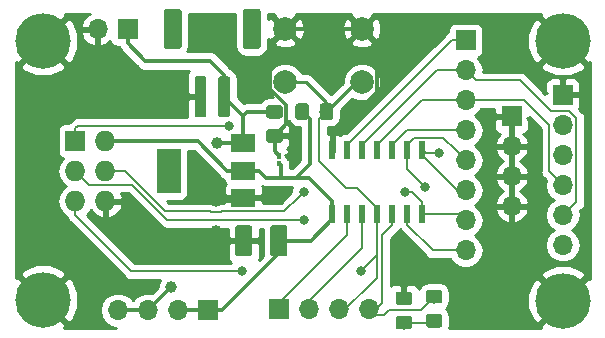
<source format=gbr>
G04 #@! TF.GenerationSoftware,KiCad,Pcbnew,5.0.2-bee76a0~70~ubuntu18.04.1*
G04 #@! TF.CreationDate,2019-01-23T20:48:10+01:00*
G04 #@! TF.ProjectId,Mighty841,4d696768-7479-4383-9431-2e6b69636164,1*
G04 #@! TF.SameCoordinates,Original*
G04 #@! TF.FileFunction,Copper,L1,Top*
G04 #@! TF.FilePolarity,Positive*
%FSLAX46Y46*%
G04 Gerber Fmt 4.6, Leading zero omitted, Abs format (unit mm)*
G04 Created by KiCad (PCBNEW 5.0.2-bee76a0~70~ubuntu18.04.1) date mer. 23 janv. 2019 20:48:10 CET*
%MOMM*%
%LPD*%
G01*
G04 APERTURE LIST*
G04 #@! TA.AperFunction,ComponentPad*
%ADD10R,1.700000X1.700000*%
G04 #@! TD*
G04 #@! TA.AperFunction,ComponentPad*
%ADD11O,1.700000X1.700000*%
G04 #@! TD*
G04 #@! TA.AperFunction,Conductor*
%ADD12C,0.100000*%
G04 #@! TD*
G04 #@! TA.AperFunction,SMDPad,CuDef*
%ADD13C,1.150000*%
G04 #@! TD*
G04 #@! TA.AperFunction,SMDPad,CuDef*
%ADD14C,1.425000*%
G04 #@! TD*
G04 #@! TA.AperFunction,SMDPad,CuDef*
%ADD15C,0.400000*%
G04 #@! TD*
G04 #@! TA.AperFunction,ComponentPad*
%ADD16C,4.700000*%
G04 #@! TD*
G04 #@! TA.AperFunction,SMDPad,CuDef*
%ADD17C,1.000000*%
G04 #@! TD*
G04 #@! TA.AperFunction,SMDPad,CuDef*
%ADD18C,1.500000*%
G04 #@! TD*
G04 #@! TA.AperFunction,ComponentPad*
%ADD19R,1.727200X1.727200*%
G04 #@! TD*
G04 #@! TA.AperFunction,ComponentPad*
%ADD20O,1.727200X1.727200*%
G04 #@! TD*
G04 #@! TA.AperFunction,ComponentPad*
%ADD21C,2.000000*%
G04 #@! TD*
G04 #@! TA.AperFunction,SMDPad,CuDef*
%ADD22R,2.000000X3.800000*%
G04 #@! TD*
G04 #@! TA.AperFunction,SMDPad,CuDef*
%ADD23R,2.000000X1.500000*%
G04 #@! TD*
G04 #@! TA.AperFunction,SMDPad,CuDef*
%ADD24R,0.600000X1.500000*%
G04 #@! TD*
G04 #@! TA.AperFunction,ViaPad*
%ADD25C,1.000000*%
G04 #@! TD*
G04 #@! TA.AperFunction,ViaPad*
%ADD26C,0.800000*%
G04 #@! TD*
G04 #@! TA.AperFunction,Conductor*
%ADD27C,0.350000*%
G04 #@! TD*
G04 #@! TA.AperFunction,Conductor*
%ADD28C,0.200000*%
G04 #@! TD*
G04 #@! TA.AperFunction,Conductor*
%ADD29C,0.250000*%
G04 #@! TD*
G04 #@! TA.AperFunction,Conductor*
%ADD30C,0.254000*%
G04 #@! TD*
G04 APERTURE END LIST*
D10*
G04 #@! TO.P,+15V Max,1*
G04 #@! TO.N,+BATT*
X130160000Y-62032000D03*
D11*
G04 #@! TO.P,+15V Max,2*
G04 #@! TO.N,GND*
X127620000Y-62032000D03*
G04 #@! TD*
D10*
G04 #@! TO.P,GND,1*
G04 #@! TO.N,GND*
X162672000Y-69398000D03*
D11*
G04 #@! TO.P,GND,2*
X162672000Y-71938000D03*
G04 #@! TO.P,GND,3*
X162672000Y-74478000D03*
G04 #@! TO.P,GND,4*
X162672000Y-77018000D03*
G04 #@! TD*
G04 #@! TO.P,J6,4*
G04 #@! TO.N,+BATT*
X129347200Y-85806400D03*
G04 #@! TO.P,J6,3*
X131887200Y-85806400D03*
G04 #@! TO.P,J6,2*
G04 #@! TO.N,+3V3*
X134427200Y-85806400D03*
D10*
G04 #@! TO.P,J6,1*
X136967200Y-85806400D03*
G04 #@! TD*
G04 #@! TO.P,J5,1*
G04 #@! TO.N,PB0*
X142961600Y-85704800D03*
D11*
G04 #@! TO.P,J5,2*
G04 #@! TO.N,PB1*
X145501600Y-85704800D03*
G04 #@! TO.P,J5,3*
G04 #@! TO.N,PB3*
X148041600Y-85704800D03*
G04 #@! TO.P,J5,4*
G04 #@! TO.N,PB2*
X150581600Y-85704800D03*
G04 #@! TD*
D10*
G04 #@! TO.P,FTDI,1*
G04 #@! TO.N,GND*
X167015400Y-67594600D03*
D11*
G04 #@! TO.P,FTDI,2*
G04 #@! TO.N,Net-(J3-Pad2)*
X167015400Y-70134600D03*
G04 #@! TO.P,FTDI,3*
G04 #@! TO.N,Net-(J3-Pad3)*
X167015400Y-72674600D03*
G04 #@! TO.P,FTDI,4*
G04 #@! TO.N,PA2*
X167015400Y-75214600D03*
G04 #@! TO.P,FTDI,5*
G04 #@! TO.N,PA1*
X167015400Y-77754600D03*
G04 #@! TO.P,FTDI,6*
G04 #@! TO.N,Net-(J3-Pad6)*
X167015400Y-80294600D03*
G04 #@! TD*
D10*
G04 #@! TO.P,GND,1*
G04 #@! TO.N,PA0*
X158785800Y-62971800D03*
D11*
G04 #@! TO.P,GND,2*
G04 #@! TO.N,PA1*
X158785800Y-65511800D03*
G04 #@! TO.P,GND,3*
G04 #@! TO.N,PA2*
X158785800Y-68051800D03*
G04 #@! TO.P,GND,4*
G04 #@! TO.N,PA3*
X158785800Y-70591800D03*
G04 #@! TO.P,GND,5*
G04 #@! TO.N,PA4*
X158785800Y-73131800D03*
G04 #@! TO.P,GND,6*
G04 #@! TO.N,PA5*
X158785800Y-75671800D03*
G04 #@! TO.P,GND,7*
G04 #@! TO.N,PA6*
X158785800Y-78211800D03*
G04 #@! TO.P,GND,8*
G04 #@! TO.N,PA7*
X158785800Y-80751800D03*
G04 #@! TD*
D12*
G04 #@! TO.N,+BATT*
G04 #@! TO.C,10uF*
G36*
X143080505Y-68443204D02*
X143104773Y-68446804D01*
X143128572Y-68452765D01*
X143151671Y-68461030D01*
X143173850Y-68471520D01*
X143194893Y-68484132D01*
X143214599Y-68498747D01*
X143232777Y-68515223D01*
X143249253Y-68533401D01*
X143263868Y-68553107D01*
X143276480Y-68574150D01*
X143286970Y-68596329D01*
X143295235Y-68619428D01*
X143301196Y-68643227D01*
X143304796Y-68667495D01*
X143306000Y-68691999D01*
X143306000Y-69342001D01*
X143304796Y-69366505D01*
X143301196Y-69390773D01*
X143295235Y-69414572D01*
X143286970Y-69437671D01*
X143276480Y-69459850D01*
X143263868Y-69480893D01*
X143249253Y-69500599D01*
X143232777Y-69518777D01*
X143214599Y-69535253D01*
X143194893Y-69549868D01*
X143173850Y-69562480D01*
X143151671Y-69572970D01*
X143128572Y-69581235D01*
X143104773Y-69587196D01*
X143080505Y-69590796D01*
X143056001Y-69592000D01*
X142155999Y-69592000D01*
X142131495Y-69590796D01*
X142107227Y-69587196D01*
X142083428Y-69581235D01*
X142060329Y-69572970D01*
X142038150Y-69562480D01*
X142017107Y-69549868D01*
X141997401Y-69535253D01*
X141979223Y-69518777D01*
X141962747Y-69500599D01*
X141948132Y-69480893D01*
X141935520Y-69459850D01*
X141925030Y-69437671D01*
X141916765Y-69414572D01*
X141910804Y-69390773D01*
X141907204Y-69366505D01*
X141906000Y-69342001D01*
X141906000Y-68691999D01*
X141907204Y-68667495D01*
X141910804Y-68643227D01*
X141916765Y-68619428D01*
X141925030Y-68596329D01*
X141935520Y-68574150D01*
X141948132Y-68553107D01*
X141962747Y-68533401D01*
X141979223Y-68515223D01*
X141997401Y-68498747D01*
X142017107Y-68484132D01*
X142038150Y-68471520D01*
X142060329Y-68461030D01*
X142083428Y-68452765D01*
X142107227Y-68446804D01*
X142131495Y-68443204D01*
X142155999Y-68442000D01*
X143056001Y-68442000D01*
X143080505Y-68443204D01*
X143080505Y-68443204D01*
G37*
D13*
G04 #@! TD*
G04 #@! TO.P,10uF,1*
G04 #@! TO.N,+BATT*
X142606000Y-69017000D03*
D12*
G04 #@! TO.N,GND*
G04 #@! TO.C,10uF*
G36*
X143080505Y-70493204D02*
X143104773Y-70496804D01*
X143128572Y-70502765D01*
X143151671Y-70511030D01*
X143173850Y-70521520D01*
X143194893Y-70534132D01*
X143214599Y-70548747D01*
X143232777Y-70565223D01*
X143249253Y-70583401D01*
X143263868Y-70603107D01*
X143276480Y-70624150D01*
X143286970Y-70646329D01*
X143295235Y-70669428D01*
X143301196Y-70693227D01*
X143304796Y-70717495D01*
X143306000Y-70741999D01*
X143306000Y-71392001D01*
X143304796Y-71416505D01*
X143301196Y-71440773D01*
X143295235Y-71464572D01*
X143286970Y-71487671D01*
X143276480Y-71509850D01*
X143263868Y-71530893D01*
X143249253Y-71550599D01*
X143232777Y-71568777D01*
X143214599Y-71585253D01*
X143194893Y-71599868D01*
X143173850Y-71612480D01*
X143151671Y-71622970D01*
X143128572Y-71631235D01*
X143104773Y-71637196D01*
X143080505Y-71640796D01*
X143056001Y-71642000D01*
X142155999Y-71642000D01*
X142131495Y-71640796D01*
X142107227Y-71637196D01*
X142083428Y-71631235D01*
X142060329Y-71622970D01*
X142038150Y-71612480D01*
X142017107Y-71599868D01*
X141997401Y-71585253D01*
X141979223Y-71568777D01*
X141962747Y-71550599D01*
X141948132Y-71530893D01*
X141935520Y-71509850D01*
X141925030Y-71487671D01*
X141916765Y-71464572D01*
X141910804Y-71440773D01*
X141907204Y-71416505D01*
X141906000Y-71392001D01*
X141906000Y-70741999D01*
X141907204Y-70717495D01*
X141910804Y-70693227D01*
X141916765Y-70669428D01*
X141925030Y-70646329D01*
X141935520Y-70624150D01*
X141948132Y-70603107D01*
X141962747Y-70583401D01*
X141979223Y-70565223D01*
X141997401Y-70548747D01*
X142017107Y-70534132D01*
X142038150Y-70521520D01*
X142060329Y-70511030D01*
X142083428Y-70502765D01*
X142107227Y-70496804D01*
X142131495Y-70493204D01*
X142155999Y-70492000D01*
X143056001Y-70492000D01*
X143080505Y-70493204D01*
X143080505Y-70493204D01*
G37*
D13*
G04 #@! TD*
G04 #@! TO.P,10uF,2*
G04 #@! TO.N,GND*
X142606000Y-71067000D03*
D12*
G04 #@! TO.N,+3V3*
G04 #@! TO.C,C2*
G36*
X143451804Y-78615204D02*
X143476073Y-78618804D01*
X143499871Y-78624765D01*
X143522971Y-78633030D01*
X143545149Y-78643520D01*
X143566193Y-78656133D01*
X143585898Y-78670747D01*
X143604077Y-78687223D01*
X143620553Y-78705402D01*
X143635167Y-78725107D01*
X143647780Y-78746151D01*
X143658270Y-78768329D01*
X143666535Y-78791429D01*
X143672496Y-78815227D01*
X143676096Y-78839496D01*
X143677300Y-78864000D01*
X143677300Y-81014000D01*
X143676096Y-81038504D01*
X143672496Y-81062773D01*
X143666535Y-81086571D01*
X143658270Y-81109671D01*
X143647780Y-81131849D01*
X143635167Y-81152893D01*
X143620553Y-81172598D01*
X143604077Y-81190777D01*
X143585898Y-81207253D01*
X143566193Y-81221867D01*
X143545149Y-81234480D01*
X143522971Y-81244970D01*
X143499871Y-81253235D01*
X143476073Y-81259196D01*
X143451804Y-81262796D01*
X143427300Y-81264000D01*
X142502300Y-81264000D01*
X142477796Y-81262796D01*
X142453527Y-81259196D01*
X142429729Y-81253235D01*
X142406629Y-81244970D01*
X142384451Y-81234480D01*
X142363407Y-81221867D01*
X142343702Y-81207253D01*
X142325523Y-81190777D01*
X142309047Y-81172598D01*
X142294433Y-81152893D01*
X142281820Y-81131849D01*
X142271330Y-81109671D01*
X142263065Y-81086571D01*
X142257104Y-81062773D01*
X142253504Y-81038504D01*
X142252300Y-81014000D01*
X142252300Y-78864000D01*
X142253504Y-78839496D01*
X142257104Y-78815227D01*
X142263065Y-78791429D01*
X142271330Y-78768329D01*
X142281820Y-78746151D01*
X142294433Y-78725107D01*
X142309047Y-78705402D01*
X142325523Y-78687223D01*
X142343702Y-78670747D01*
X142363407Y-78656133D01*
X142384451Y-78643520D01*
X142406629Y-78633030D01*
X142429729Y-78624765D01*
X142453527Y-78618804D01*
X142477796Y-78615204D01*
X142502300Y-78614000D01*
X143427300Y-78614000D01*
X143451804Y-78615204D01*
X143451804Y-78615204D01*
G37*
D14*
G04 #@! TD*
G04 #@! TO.P,C2,1*
G04 #@! TO.N,+3V3*
X142964800Y-79939000D03*
D12*
G04 #@! TO.N,GND*
G04 #@! TO.C,C2*
G36*
X140476804Y-78615204D02*
X140501073Y-78618804D01*
X140524871Y-78624765D01*
X140547971Y-78633030D01*
X140570149Y-78643520D01*
X140591193Y-78656133D01*
X140610898Y-78670747D01*
X140629077Y-78687223D01*
X140645553Y-78705402D01*
X140660167Y-78725107D01*
X140672780Y-78746151D01*
X140683270Y-78768329D01*
X140691535Y-78791429D01*
X140697496Y-78815227D01*
X140701096Y-78839496D01*
X140702300Y-78864000D01*
X140702300Y-81014000D01*
X140701096Y-81038504D01*
X140697496Y-81062773D01*
X140691535Y-81086571D01*
X140683270Y-81109671D01*
X140672780Y-81131849D01*
X140660167Y-81152893D01*
X140645553Y-81172598D01*
X140629077Y-81190777D01*
X140610898Y-81207253D01*
X140591193Y-81221867D01*
X140570149Y-81234480D01*
X140547971Y-81244970D01*
X140524871Y-81253235D01*
X140501073Y-81259196D01*
X140476804Y-81262796D01*
X140452300Y-81264000D01*
X139527300Y-81264000D01*
X139502796Y-81262796D01*
X139478527Y-81259196D01*
X139454729Y-81253235D01*
X139431629Y-81244970D01*
X139409451Y-81234480D01*
X139388407Y-81221867D01*
X139368702Y-81207253D01*
X139350523Y-81190777D01*
X139334047Y-81172598D01*
X139319433Y-81152893D01*
X139306820Y-81131849D01*
X139296330Y-81109671D01*
X139288065Y-81086571D01*
X139282104Y-81062773D01*
X139278504Y-81038504D01*
X139277300Y-81014000D01*
X139277300Y-78864000D01*
X139278504Y-78839496D01*
X139282104Y-78815227D01*
X139288065Y-78791429D01*
X139296330Y-78768329D01*
X139306820Y-78746151D01*
X139319433Y-78725107D01*
X139334047Y-78705402D01*
X139350523Y-78687223D01*
X139368702Y-78670747D01*
X139388407Y-78656133D01*
X139409451Y-78643520D01*
X139431629Y-78633030D01*
X139454729Y-78624765D01*
X139478527Y-78618804D01*
X139502796Y-78615204D01*
X139527300Y-78614000D01*
X140452300Y-78614000D01*
X140476804Y-78615204D01*
X140476804Y-78615204D01*
G37*
D14*
G04 #@! TD*
G04 #@! TO.P,C2,2*
G04 #@! TO.N,GND*
X139989800Y-79939000D03*
D12*
G04 #@! TO.N,+3V3*
G04 #@! TO.C,0.1uF*
G36*
X143096802Y-73171482D02*
X143106509Y-73172921D01*
X143116028Y-73175306D01*
X143125268Y-73178612D01*
X143134140Y-73182808D01*
X143142557Y-73187853D01*
X143150439Y-73193699D01*
X143157711Y-73200289D01*
X143164301Y-73207561D01*
X143170147Y-73215443D01*
X143175192Y-73223860D01*
X143179388Y-73232732D01*
X143182694Y-73241972D01*
X143185079Y-73251491D01*
X143186518Y-73261198D01*
X143187000Y-73271000D01*
X143187000Y-73531000D01*
X143186518Y-73540802D01*
X143185079Y-73550509D01*
X143182694Y-73560028D01*
X143179388Y-73569268D01*
X143175192Y-73578140D01*
X143170147Y-73586557D01*
X143164301Y-73594439D01*
X143157711Y-73601711D01*
X143150439Y-73608301D01*
X143142557Y-73614147D01*
X143134140Y-73619192D01*
X143125268Y-73623388D01*
X143116028Y-73626694D01*
X143106509Y-73629079D01*
X143096802Y-73630518D01*
X143087000Y-73631000D01*
X142887000Y-73631000D01*
X142877198Y-73630518D01*
X142867491Y-73629079D01*
X142857972Y-73626694D01*
X142848732Y-73623388D01*
X142839860Y-73619192D01*
X142831443Y-73614147D01*
X142823561Y-73608301D01*
X142816289Y-73601711D01*
X142809699Y-73594439D01*
X142803853Y-73586557D01*
X142798808Y-73578140D01*
X142794612Y-73569268D01*
X142791306Y-73560028D01*
X142788921Y-73550509D01*
X142787482Y-73540802D01*
X142787000Y-73531000D01*
X142787000Y-73271000D01*
X142787482Y-73261198D01*
X142788921Y-73251491D01*
X142791306Y-73241972D01*
X142794612Y-73232732D01*
X142798808Y-73223860D01*
X142803853Y-73215443D01*
X142809699Y-73207561D01*
X142816289Y-73200289D01*
X142823561Y-73193699D01*
X142831443Y-73187853D01*
X142839860Y-73182808D01*
X142848732Y-73178612D01*
X142857972Y-73175306D01*
X142867491Y-73172921D01*
X142877198Y-73171482D01*
X142887000Y-73171000D01*
X143087000Y-73171000D01*
X143096802Y-73171482D01*
X143096802Y-73171482D01*
G37*
D15*
G04 #@! TD*
G04 #@! TO.P,0.1uF,1*
G04 #@! TO.N,+3V3*
X142987000Y-73401000D03*
D12*
G04 #@! TO.N,GND*
G04 #@! TO.C,0.1uF*
G36*
X143096802Y-72531482D02*
X143106509Y-72532921D01*
X143116028Y-72535306D01*
X143125268Y-72538612D01*
X143134140Y-72542808D01*
X143142557Y-72547853D01*
X143150439Y-72553699D01*
X143157711Y-72560289D01*
X143164301Y-72567561D01*
X143170147Y-72575443D01*
X143175192Y-72583860D01*
X143179388Y-72592732D01*
X143182694Y-72601972D01*
X143185079Y-72611491D01*
X143186518Y-72621198D01*
X143187000Y-72631000D01*
X143187000Y-72891000D01*
X143186518Y-72900802D01*
X143185079Y-72910509D01*
X143182694Y-72920028D01*
X143179388Y-72929268D01*
X143175192Y-72938140D01*
X143170147Y-72946557D01*
X143164301Y-72954439D01*
X143157711Y-72961711D01*
X143150439Y-72968301D01*
X143142557Y-72974147D01*
X143134140Y-72979192D01*
X143125268Y-72983388D01*
X143116028Y-72986694D01*
X143106509Y-72989079D01*
X143096802Y-72990518D01*
X143087000Y-72991000D01*
X142887000Y-72991000D01*
X142877198Y-72990518D01*
X142867491Y-72989079D01*
X142857972Y-72986694D01*
X142848732Y-72983388D01*
X142839860Y-72979192D01*
X142831443Y-72974147D01*
X142823561Y-72968301D01*
X142816289Y-72961711D01*
X142809699Y-72954439D01*
X142803853Y-72946557D01*
X142798808Y-72938140D01*
X142794612Y-72929268D01*
X142791306Y-72920028D01*
X142788921Y-72910509D01*
X142787482Y-72900802D01*
X142787000Y-72891000D01*
X142787000Y-72631000D01*
X142787482Y-72621198D01*
X142788921Y-72611491D01*
X142791306Y-72601972D01*
X142794612Y-72592732D01*
X142798808Y-72583860D01*
X142803853Y-72575443D01*
X142809699Y-72567561D01*
X142816289Y-72560289D01*
X142823561Y-72553699D01*
X142831443Y-72547853D01*
X142839860Y-72542808D01*
X142848732Y-72538612D01*
X142857972Y-72535306D01*
X142867491Y-72532921D01*
X142877198Y-72531482D01*
X142887000Y-72531000D01*
X143087000Y-72531000D01*
X143096802Y-72531482D01*
X143096802Y-72531482D01*
G37*
D15*
G04 #@! TD*
G04 #@! TO.P,0.1uF,2*
G04 #@! TO.N,GND*
X142987000Y-72761000D03*
D12*
G04 #@! TO.N,GND*
G04 #@! TO.C,Led *
G36*
X154027905Y-84242004D02*
X154052173Y-84245604D01*
X154075972Y-84251565D01*
X154099071Y-84259830D01*
X154121250Y-84270320D01*
X154142293Y-84282932D01*
X154161999Y-84297547D01*
X154180177Y-84314023D01*
X154196653Y-84332201D01*
X154211268Y-84351907D01*
X154223880Y-84372950D01*
X154234370Y-84395129D01*
X154242635Y-84418228D01*
X154248596Y-84442027D01*
X154252196Y-84466295D01*
X154253400Y-84490799D01*
X154253400Y-85140801D01*
X154252196Y-85165305D01*
X154248596Y-85189573D01*
X154242635Y-85213372D01*
X154234370Y-85236471D01*
X154223880Y-85258650D01*
X154211268Y-85279693D01*
X154196653Y-85299399D01*
X154180177Y-85317577D01*
X154161999Y-85334053D01*
X154142293Y-85348668D01*
X154121250Y-85361280D01*
X154099071Y-85371770D01*
X154075972Y-85380035D01*
X154052173Y-85385996D01*
X154027905Y-85389596D01*
X154003401Y-85390800D01*
X153103399Y-85390800D01*
X153078895Y-85389596D01*
X153054627Y-85385996D01*
X153030828Y-85380035D01*
X153007729Y-85371770D01*
X152985550Y-85361280D01*
X152964507Y-85348668D01*
X152944801Y-85334053D01*
X152926623Y-85317577D01*
X152910147Y-85299399D01*
X152895532Y-85279693D01*
X152882920Y-85258650D01*
X152872430Y-85236471D01*
X152864165Y-85213372D01*
X152858204Y-85189573D01*
X152854604Y-85165305D01*
X152853400Y-85140801D01*
X152853400Y-84490799D01*
X152854604Y-84466295D01*
X152858204Y-84442027D01*
X152864165Y-84418228D01*
X152872430Y-84395129D01*
X152882920Y-84372950D01*
X152895532Y-84351907D01*
X152910147Y-84332201D01*
X152926623Y-84314023D01*
X152944801Y-84297547D01*
X152964507Y-84282932D01*
X152985550Y-84270320D01*
X153007729Y-84259830D01*
X153030828Y-84251565D01*
X153054627Y-84245604D01*
X153078895Y-84242004D01*
X153103399Y-84240800D01*
X154003401Y-84240800D01*
X154027905Y-84242004D01*
X154027905Y-84242004D01*
G37*
D13*
G04 #@! TD*
G04 #@! TO.P,Led ,1*
G04 #@! TO.N,GND*
X153553400Y-84815800D03*
D12*
G04 #@! TO.N,Net-(D1-Pad2)*
G04 #@! TO.C,Led *
G36*
X154027905Y-86292004D02*
X154052173Y-86295604D01*
X154075972Y-86301565D01*
X154099071Y-86309830D01*
X154121250Y-86320320D01*
X154142293Y-86332932D01*
X154161999Y-86347547D01*
X154180177Y-86364023D01*
X154196653Y-86382201D01*
X154211268Y-86401907D01*
X154223880Y-86422950D01*
X154234370Y-86445129D01*
X154242635Y-86468228D01*
X154248596Y-86492027D01*
X154252196Y-86516295D01*
X154253400Y-86540799D01*
X154253400Y-87190801D01*
X154252196Y-87215305D01*
X154248596Y-87239573D01*
X154242635Y-87263372D01*
X154234370Y-87286471D01*
X154223880Y-87308650D01*
X154211268Y-87329693D01*
X154196653Y-87349399D01*
X154180177Y-87367577D01*
X154161999Y-87384053D01*
X154142293Y-87398668D01*
X154121250Y-87411280D01*
X154099071Y-87421770D01*
X154075972Y-87430035D01*
X154052173Y-87435996D01*
X154027905Y-87439596D01*
X154003401Y-87440800D01*
X153103399Y-87440800D01*
X153078895Y-87439596D01*
X153054627Y-87435996D01*
X153030828Y-87430035D01*
X153007729Y-87421770D01*
X152985550Y-87411280D01*
X152964507Y-87398668D01*
X152944801Y-87384053D01*
X152926623Y-87367577D01*
X152910147Y-87349399D01*
X152895532Y-87329693D01*
X152882920Y-87308650D01*
X152872430Y-87286471D01*
X152864165Y-87263372D01*
X152858204Y-87239573D01*
X152854604Y-87215305D01*
X152853400Y-87190801D01*
X152853400Y-86540799D01*
X152854604Y-86516295D01*
X152858204Y-86492027D01*
X152864165Y-86468228D01*
X152872430Y-86445129D01*
X152882920Y-86422950D01*
X152895532Y-86401907D01*
X152910147Y-86382201D01*
X152926623Y-86364023D01*
X152944801Y-86347547D01*
X152964507Y-86332932D01*
X152985550Y-86320320D01*
X153007729Y-86309830D01*
X153030828Y-86301565D01*
X153054627Y-86295604D01*
X153078895Y-86292004D01*
X153103399Y-86290800D01*
X154003401Y-86290800D01*
X154027905Y-86292004D01*
X154027905Y-86292004D01*
G37*
D13*
G04 #@! TD*
G04 #@! TO.P,Led ,2*
G04 #@! TO.N,Net-(D1-Pad2)*
X153553400Y-86865800D03*
D16*
G04 #@! TO.P,H1,1*
G04 #@! TO.N,GND*
X167000000Y-63000000D03*
G04 #@! TD*
G04 #@! TO.P,H2,1*
G04 #@! TO.N,GND*
X167000000Y-85000000D03*
G04 #@! TD*
G04 #@! TO.P,H3,1*
G04 #@! TO.N,GND*
X123000000Y-63000000D03*
G04 #@! TD*
G04 #@! TO.P,H4,1*
G04 #@! TO.N,GND*
X123000000Y-84932000D03*
G04 #@! TD*
D12*
G04 #@! TO.N,+BATT*
G04 #@! TO.C,JST-PH*
G36*
X138609504Y-66001204D02*
X138633773Y-66004804D01*
X138657571Y-66010765D01*
X138680671Y-66019030D01*
X138702849Y-66029520D01*
X138723893Y-66042133D01*
X138743598Y-66056747D01*
X138761777Y-66073223D01*
X138778253Y-66091402D01*
X138792867Y-66111107D01*
X138805480Y-66132151D01*
X138815970Y-66154329D01*
X138824235Y-66177429D01*
X138830196Y-66201227D01*
X138833796Y-66225496D01*
X138835000Y-66250000D01*
X138835000Y-69250000D01*
X138833796Y-69274504D01*
X138830196Y-69298773D01*
X138824235Y-69322571D01*
X138815970Y-69345671D01*
X138805480Y-69367849D01*
X138792867Y-69388893D01*
X138778253Y-69408598D01*
X138761777Y-69426777D01*
X138743598Y-69443253D01*
X138723893Y-69457867D01*
X138702849Y-69470480D01*
X138680671Y-69480970D01*
X138657571Y-69489235D01*
X138633773Y-69495196D01*
X138609504Y-69498796D01*
X138585000Y-69500000D01*
X138085000Y-69500000D01*
X138060496Y-69498796D01*
X138036227Y-69495196D01*
X138012429Y-69489235D01*
X137989329Y-69480970D01*
X137967151Y-69470480D01*
X137946107Y-69457867D01*
X137926402Y-69443253D01*
X137908223Y-69426777D01*
X137891747Y-69408598D01*
X137877133Y-69388893D01*
X137864520Y-69367849D01*
X137854030Y-69345671D01*
X137845765Y-69322571D01*
X137839804Y-69298773D01*
X137836204Y-69274504D01*
X137835000Y-69250000D01*
X137835000Y-66250000D01*
X137836204Y-66225496D01*
X137839804Y-66201227D01*
X137845765Y-66177429D01*
X137854030Y-66154329D01*
X137864520Y-66132151D01*
X137877133Y-66111107D01*
X137891747Y-66091402D01*
X137908223Y-66073223D01*
X137926402Y-66056747D01*
X137946107Y-66042133D01*
X137967151Y-66029520D01*
X137989329Y-66019030D01*
X138012429Y-66010765D01*
X138036227Y-66004804D01*
X138060496Y-66001204D01*
X138085000Y-66000000D01*
X138585000Y-66000000D01*
X138609504Y-66001204D01*
X138609504Y-66001204D01*
G37*
D17*
G04 #@! TD*
G04 #@! TO.P,JST-PH,1*
G04 #@! TO.N,+BATT*
X138335000Y-67750000D03*
D12*
G04 #@! TO.N,GND*
G04 #@! TO.C,JST-PH*
G36*
X136609504Y-66001204D02*
X136633773Y-66004804D01*
X136657571Y-66010765D01*
X136680671Y-66019030D01*
X136702849Y-66029520D01*
X136723893Y-66042133D01*
X136743598Y-66056747D01*
X136761777Y-66073223D01*
X136778253Y-66091402D01*
X136792867Y-66111107D01*
X136805480Y-66132151D01*
X136815970Y-66154329D01*
X136824235Y-66177429D01*
X136830196Y-66201227D01*
X136833796Y-66225496D01*
X136835000Y-66250000D01*
X136835000Y-69250000D01*
X136833796Y-69274504D01*
X136830196Y-69298773D01*
X136824235Y-69322571D01*
X136815970Y-69345671D01*
X136805480Y-69367849D01*
X136792867Y-69388893D01*
X136778253Y-69408598D01*
X136761777Y-69426777D01*
X136743598Y-69443253D01*
X136723893Y-69457867D01*
X136702849Y-69470480D01*
X136680671Y-69480970D01*
X136657571Y-69489235D01*
X136633773Y-69495196D01*
X136609504Y-69498796D01*
X136585000Y-69500000D01*
X136085000Y-69500000D01*
X136060496Y-69498796D01*
X136036227Y-69495196D01*
X136012429Y-69489235D01*
X135989329Y-69480970D01*
X135967151Y-69470480D01*
X135946107Y-69457867D01*
X135926402Y-69443253D01*
X135908223Y-69426777D01*
X135891747Y-69408598D01*
X135877133Y-69388893D01*
X135864520Y-69367849D01*
X135854030Y-69345671D01*
X135845765Y-69322571D01*
X135839804Y-69298773D01*
X135836204Y-69274504D01*
X135835000Y-69250000D01*
X135835000Y-66250000D01*
X135836204Y-66225496D01*
X135839804Y-66201227D01*
X135845765Y-66177429D01*
X135854030Y-66154329D01*
X135864520Y-66132151D01*
X135877133Y-66111107D01*
X135891747Y-66091402D01*
X135908223Y-66073223D01*
X135926402Y-66056747D01*
X135946107Y-66042133D01*
X135967151Y-66029520D01*
X135989329Y-66019030D01*
X136012429Y-66010765D01*
X136036227Y-66004804D01*
X136060496Y-66001204D01*
X136085000Y-66000000D01*
X136585000Y-66000000D01*
X136609504Y-66001204D01*
X136609504Y-66001204D01*
G37*
D17*
G04 #@! TD*
G04 #@! TO.P,JST-PH,2*
G04 #@! TO.N,GND*
X136335000Y-67750000D03*
D12*
G04 #@! TO.N,N/C*
G04 #@! TO.C,JST-PH*
G36*
X141209504Y-60301204D02*
X141233773Y-60304804D01*
X141257571Y-60310765D01*
X141280671Y-60319030D01*
X141302849Y-60329520D01*
X141323893Y-60342133D01*
X141343598Y-60356747D01*
X141361777Y-60373223D01*
X141378253Y-60391402D01*
X141392867Y-60411107D01*
X141405480Y-60432151D01*
X141415970Y-60454329D01*
X141424235Y-60477429D01*
X141430196Y-60501227D01*
X141433796Y-60525496D01*
X141435000Y-60550000D01*
X141435000Y-63450000D01*
X141433796Y-63474504D01*
X141430196Y-63498773D01*
X141424235Y-63522571D01*
X141415970Y-63545671D01*
X141405480Y-63567849D01*
X141392867Y-63588893D01*
X141378253Y-63608598D01*
X141361777Y-63626777D01*
X141343598Y-63643253D01*
X141323893Y-63657867D01*
X141302849Y-63670480D01*
X141280671Y-63680970D01*
X141257571Y-63689235D01*
X141233773Y-63695196D01*
X141209504Y-63698796D01*
X141185000Y-63700000D01*
X140185000Y-63700000D01*
X140160496Y-63698796D01*
X140136227Y-63695196D01*
X140112429Y-63689235D01*
X140089329Y-63680970D01*
X140067151Y-63670480D01*
X140046107Y-63657867D01*
X140026402Y-63643253D01*
X140008223Y-63626777D01*
X139991747Y-63608598D01*
X139977133Y-63588893D01*
X139964520Y-63567849D01*
X139954030Y-63545671D01*
X139945765Y-63522571D01*
X139939804Y-63498773D01*
X139936204Y-63474504D01*
X139935000Y-63450000D01*
X139935000Y-60550000D01*
X139936204Y-60525496D01*
X139939804Y-60501227D01*
X139945765Y-60477429D01*
X139954030Y-60454329D01*
X139964520Y-60432151D01*
X139977133Y-60411107D01*
X139991747Y-60391402D01*
X140008223Y-60373223D01*
X140026402Y-60356747D01*
X140046107Y-60342133D01*
X140067151Y-60329520D01*
X140089329Y-60319030D01*
X140112429Y-60310765D01*
X140136227Y-60304804D01*
X140160496Y-60301204D01*
X140185000Y-60300000D01*
X141185000Y-60300000D01*
X141209504Y-60301204D01*
X141209504Y-60301204D01*
G37*
D18*
G04 #@! TD*
G04 #@! TO.P,JST-PH,MP*
G04 #@! TO.N,N/C*
X140685000Y-62000000D03*
D12*
G04 #@! TO.N,N/C*
G04 #@! TO.C,JST-PH*
G36*
X134509504Y-60301204D02*
X134533773Y-60304804D01*
X134557571Y-60310765D01*
X134580671Y-60319030D01*
X134602849Y-60329520D01*
X134623893Y-60342133D01*
X134643598Y-60356747D01*
X134661777Y-60373223D01*
X134678253Y-60391402D01*
X134692867Y-60411107D01*
X134705480Y-60432151D01*
X134715970Y-60454329D01*
X134724235Y-60477429D01*
X134730196Y-60501227D01*
X134733796Y-60525496D01*
X134735000Y-60550000D01*
X134735000Y-63450000D01*
X134733796Y-63474504D01*
X134730196Y-63498773D01*
X134724235Y-63522571D01*
X134715970Y-63545671D01*
X134705480Y-63567849D01*
X134692867Y-63588893D01*
X134678253Y-63608598D01*
X134661777Y-63626777D01*
X134643598Y-63643253D01*
X134623893Y-63657867D01*
X134602849Y-63670480D01*
X134580671Y-63680970D01*
X134557571Y-63689235D01*
X134533773Y-63695196D01*
X134509504Y-63698796D01*
X134485000Y-63700000D01*
X133485000Y-63700000D01*
X133460496Y-63698796D01*
X133436227Y-63695196D01*
X133412429Y-63689235D01*
X133389329Y-63680970D01*
X133367151Y-63670480D01*
X133346107Y-63657867D01*
X133326402Y-63643253D01*
X133308223Y-63626777D01*
X133291747Y-63608598D01*
X133277133Y-63588893D01*
X133264520Y-63567849D01*
X133254030Y-63545671D01*
X133245765Y-63522571D01*
X133239804Y-63498773D01*
X133236204Y-63474504D01*
X133235000Y-63450000D01*
X133235000Y-60550000D01*
X133236204Y-60525496D01*
X133239804Y-60501227D01*
X133245765Y-60477429D01*
X133254030Y-60454329D01*
X133264520Y-60432151D01*
X133277133Y-60411107D01*
X133291747Y-60391402D01*
X133308223Y-60373223D01*
X133326402Y-60356747D01*
X133346107Y-60342133D01*
X133367151Y-60329520D01*
X133389329Y-60319030D01*
X133412429Y-60310765D01*
X133436227Y-60304804D01*
X133460496Y-60301204D01*
X133485000Y-60300000D01*
X134485000Y-60300000D01*
X134509504Y-60301204D01*
X134509504Y-60301204D01*
G37*
D18*
G04 #@! TD*
G04 #@! TO.P,JST-PH,MP*
G04 #@! TO.N,N/C*
X133985000Y-62000000D03*
D19*
G04 #@! TO.P,AVR ISP,1*
G04 #@! TO.N,PA5*
X125752600Y-71495400D03*
D20*
G04 #@! TO.P,AVR ISP,2*
G04 #@! TO.N,+3V3*
X128292600Y-71495400D03*
G04 #@! TO.P,AVR ISP,3*
G04 #@! TO.N,PA4*
X125752600Y-74035400D03*
G04 #@! TO.P,AVR ISP,4*
G04 #@! TO.N,PA6*
X128292600Y-74035400D03*
G04 #@! TO.P,AVR ISP,5*
G04 #@! TO.N,PB3*
X125752600Y-76575400D03*
G04 #@! TO.P,AVR ISP,6*
G04 #@! TO.N,GND*
X128292600Y-76575400D03*
G04 #@! TD*
D12*
G04 #@! TO.N,PB2*
G04 #@! TO.C,2\002C2K*
G36*
X156593305Y-84089604D02*
X156617573Y-84093204D01*
X156641372Y-84099165D01*
X156664471Y-84107430D01*
X156686650Y-84117920D01*
X156707693Y-84130532D01*
X156727399Y-84145147D01*
X156745577Y-84161623D01*
X156762053Y-84179801D01*
X156776668Y-84199507D01*
X156789280Y-84220550D01*
X156799770Y-84242729D01*
X156808035Y-84265828D01*
X156813996Y-84289627D01*
X156817596Y-84313895D01*
X156818800Y-84338399D01*
X156818800Y-84988401D01*
X156817596Y-85012905D01*
X156813996Y-85037173D01*
X156808035Y-85060972D01*
X156799770Y-85084071D01*
X156789280Y-85106250D01*
X156776668Y-85127293D01*
X156762053Y-85146999D01*
X156745577Y-85165177D01*
X156727399Y-85181653D01*
X156707693Y-85196268D01*
X156686650Y-85208880D01*
X156664471Y-85219370D01*
X156641372Y-85227635D01*
X156617573Y-85233596D01*
X156593305Y-85237196D01*
X156568801Y-85238400D01*
X155668799Y-85238400D01*
X155644295Y-85237196D01*
X155620027Y-85233596D01*
X155596228Y-85227635D01*
X155573129Y-85219370D01*
X155550950Y-85208880D01*
X155529907Y-85196268D01*
X155510201Y-85181653D01*
X155492023Y-85165177D01*
X155475547Y-85146999D01*
X155460932Y-85127293D01*
X155448320Y-85106250D01*
X155437830Y-85084071D01*
X155429565Y-85060972D01*
X155423604Y-85037173D01*
X155420004Y-85012905D01*
X155418800Y-84988401D01*
X155418800Y-84338399D01*
X155420004Y-84313895D01*
X155423604Y-84289627D01*
X155429565Y-84265828D01*
X155437830Y-84242729D01*
X155448320Y-84220550D01*
X155460932Y-84199507D01*
X155475547Y-84179801D01*
X155492023Y-84161623D01*
X155510201Y-84145147D01*
X155529907Y-84130532D01*
X155550950Y-84117920D01*
X155573129Y-84107430D01*
X155596228Y-84099165D01*
X155620027Y-84093204D01*
X155644295Y-84089604D01*
X155668799Y-84088400D01*
X156568801Y-84088400D01*
X156593305Y-84089604D01*
X156593305Y-84089604D01*
G37*
D13*
G04 #@! TD*
G04 #@! TO.P,2\002C2K,1*
G04 #@! TO.N,PB2*
X156118800Y-84663400D03*
D12*
G04 #@! TO.N,Net-(D1-Pad2)*
G04 #@! TO.C,2\002C2K*
G36*
X156593305Y-86139604D02*
X156617573Y-86143204D01*
X156641372Y-86149165D01*
X156664471Y-86157430D01*
X156686650Y-86167920D01*
X156707693Y-86180532D01*
X156727399Y-86195147D01*
X156745577Y-86211623D01*
X156762053Y-86229801D01*
X156776668Y-86249507D01*
X156789280Y-86270550D01*
X156799770Y-86292729D01*
X156808035Y-86315828D01*
X156813996Y-86339627D01*
X156817596Y-86363895D01*
X156818800Y-86388399D01*
X156818800Y-87038401D01*
X156817596Y-87062905D01*
X156813996Y-87087173D01*
X156808035Y-87110972D01*
X156799770Y-87134071D01*
X156789280Y-87156250D01*
X156776668Y-87177293D01*
X156762053Y-87196999D01*
X156745577Y-87215177D01*
X156727399Y-87231653D01*
X156707693Y-87246268D01*
X156686650Y-87258880D01*
X156664471Y-87269370D01*
X156641372Y-87277635D01*
X156617573Y-87283596D01*
X156593305Y-87287196D01*
X156568801Y-87288400D01*
X155668799Y-87288400D01*
X155644295Y-87287196D01*
X155620027Y-87283596D01*
X155596228Y-87277635D01*
X155573129Y-87269370D01*
X155550950Y-87258880D01*
X155529907Y-87246268D01*
X155510201Y-87231653D01*
X155492023Y-87215177D01*
X155475547Y-87196999D01*
X155460932Y-87177293D01*
X155448320Y-87156250D01*
X155437830Y-87134071D01*
X155429565Y-87110972D01*
X155423604Y-87087173D01*
X155420004Y-87062905D01*
X155418800Y-87038401D01*
X155418800Y-86388399D01*
X155420004Y-86363895D01*
X155423604Y-86339627D01*
X155429565Y-86315828D01*
X155437830Y-86292729D01*
X155448320Y-86270550D01*
X155460932Y-86249507D01*
X155475547Y-86229801D01*
X155492023Y-86211623D01*
X155510201Y-86195147D01*
X155529907Y-86180532D01*
X155550950Y-86167920D01*
X155573129Y-86157430D01*
X155596228Y-86149165D01*
X155620027Y-86143204D01*
X155644295Y-86139604D01*
X155668799Y-86138400D01*
X156568801Y-86138400D01*
X156593305Y-86139604D01*
X156593305Y-86139604D01*
G37*
D13*
G04 #@! TD*
G04 #@! TO.P,2\002C2K,2*
G04 #@! TO.N,Net-(D1-Pad2)*
X156118800Y-86713400D03*
D12*
G04 #@! TO.N,+3V3*
G04 #@! TO.C,10k*
G36*
X145299505Y-68301204D02*
X145323773Y-68304804D01*
X145347572Y-68310765D01*
X145370671Y-68319030D01*
X145392850Y-68329520D01*
X145413893Y-68342132D01*
X145433599Y-68356747D01*
X145451777Y-68373223D01*
X145468253Y-68391401D01*
X145482868Y-68411107D01*
X145495480Y-68432150D01*
X145505970Y-68454329D01*
X145514235Y-68477428D01*
X145520196Y-68501227D01*
X145523796Y-68525495D01*
X145525000Y-68549999D01*
X145525000Y-69450001D01*
X145523796Y-69474505D01*
X145520196Y-69498773D01*
X145514235Y-69522572D01*
X145505970Y-69545671D01*
X145495480Y-69567850D01*
X145482868Y-69588893D01*
X145468253Y-69608599D01*
X145451777Y-69626777D01*
X145433599Y-69643253D01*
X145413893Y-69657868D01*
X145392850Y-69670480D01*
X145370671Y-69680970D01*
X145347572Y-69689235D01*
X145323773Y-69695196D01*
X145299505Y-69698796D01*
X145275001Y-69700000D01*
X144624999Y-69700000D01*
X144600495Y-69698796D01*
X144576227Y-69695196D01*
X144552428Y-69689235D01*
X144529329Y-69680970D01*
X144507150Y-69670480D01*
X144486107Y-69657868D01*
X144466401Y-69643253D01*
X144448223Y-69626777D01*
X144431747Y-69608599D01*
X144417132Y-69588893D01*
X144404520Y-69567850D01*
X144394030Y-69545671D01*
X144385765Y-69522572D01*
X144379804Y-69498773D01*
X144376204Y-69474505D01*
X144375000Y-69450001D01*
X144375000Y-68549999D01*
X144376204Y-68525495D01*
X144379804Y-68501227D01*
X144385765Y-68477428D01*
X144394030Y-68454329D01*
X144404520Y-68432150D01*
X144417132Y-68411107D01*
X144431747Y-68391401D01*
X144448223Y-68373223D01*
X144466401Y-68356747D01*
X144486107Y-68342132D01*
X144507150Y-68329520D01*
X144529329Y-68319030D01*
X144552428Y-68310765D01*
X144576227Y-68304804D01*
X144600495Y-68301204D01*
X144624999Y-68300000D01*
X145275001Y-68300000D01*
X145299505Y-68301204D01*
X145299505Y-68301204D01*
G37*
D13*
G04 #@! TD*
G04 #@! TO.P,10k,2*
G04 #@! TO.N,+3V3*
X144950000Y-69000000D03*
D12*
G04 #@! TO.N,PB3*
G04 #@! TO.C,10k*
G36*
X147349505Y-68301204D02*
X147373773Y-68304804D01*
X147397572Y-68310765D01*
X147420671Y-68319030D01*
X147442850Y-68329520D01*
X147463893Y-68342132D01*
X147483599Y-68356747D01*
X147501777Y-68373223D01*
X147518253Y-68391401D01*
X147532868Y-68411107D01*
X147545480Y-68432150D01*
X147555970Y-68454329D01*
X147564235Y-68477428D01*
X147570196Y-68501227D01*
X147573796Y-68525495D01*
X147575000Y-68549999D01*
X147575000Y-69450001D01*
X147573796Y-69474505D01*
X147570196Y-69498773D01*
X147564235Y-69522572D01*
X147555970Y-69545671D01*
X147545480Y-69567850D01*
X147532868Y-69588893D01*
X147518253Y-69608599D01*
X147501777Y-69626777D01*
X147483599Y-69643253D01*
X147463893Y-69657868D01*
X147442850Y-69670480D01*
X147420671Y-69680970D01*
X147397572Y-69689235D01*
X147373773Y-69695196D01*
X147349505Y-69698796D01*
X147325001Y-69700000D01*
X146674999Y-69700000D01*
X146650495Y-69698796D01*
X146626227Y-69695196D01*
X146602428Y-69689235D01*
X146579329Y-69680970D01*
X146557150Y-69670480D01*
X146536107Y-69657868D01*
X146516401Y-69643253D01*
X146498223Y-69626777D01*
X146481747Y-69608599D01*
X146467132Y-69588893D01*
X146454520Y-69567850D01*
X146444030Y-69545671D01*
X146435765Y-69522572D01*
X146429804Y-69498773D01*
X146426204Y-69474505D01*
X146425000Y-69450001D01*
X146425000Y-68549999D01*
X146426204Y-68525495D01*
X146429804Y-68501227D01*
X146435765Y-68477428D01*
X146444030Y-68454329D01*
X146454520Y-68432150D01*
X146467132Y-68411107D01*
X146481747Y-68391401D01*
X146498223Y-68373223D01*
X146516401Y-68356747D01*
X146536107Y-68342132D01*
X146557150Y-68329520D01*
X146579329Y-68319030D01*
X146602428Y-68310765D01*
X146626227Y-68304804D01*
X146650495Y-68301204D01*
X146674999Y-68300000D01*
X147325001Y-68300000D01*
X147349505Y-68301204D01*
X147349505Y-68301204D01*
G37*
D13*
G04 #@! TD*
G04 #@! TO.P,10k,1*
G04 #@! TO.N,PB3*
X147000000Y-69000000D03*
D21*
G04 #@! TO.P,Reset,2*
G04 #@! TO.N,PB3*
X143500000Y-66500000D03*
G04 #@! TO.P,Reset,1*
G04 #@! TO.N,GND*
X143500000Y-62000000D03*
G04 #@! TO.P,Reset,2*
G04 #@! TO.N,PB3*
X150000000Y-66500000D03*
G04 #@! TO.P,Reset,1*
G04 #@! TO.N,GND*
X150000000Y-62000000D03*
G04 #@! TD*
D22*
G04 #@! TO.P,LM1117-3.3,4*
G04 #@! TO.N,N/C*
X133652000Y-74000000D03*
D23*
G04 #@! TO.P,LM1117-3.3,2*
G04 #@! TO.N,+3V3*
X139952000Y-74000000D03*
G04 #@! TO.P,LM1117-3.3,3*
G04 #@! TO.N,+BATT*
X139952000Y-71700000D03*
G04 #@! TO.P,LM1117-3.3,1*
G04 #@! TO.N,GND*
X139952000Y-76300000D03*
G04 #@! TD*
D24*
G04 #@! TO.P,Attiny841,1*
G04 #@! TO.N,+3V3*
X147495000Y-77649800D03*
G04 #@! TO.P,Attiny841,2*
G04 #@! TO.N,PB0*
X148765000Y-77649800D03*
G04 #@! TO.P,Attiny841,3*
G04 #@! TO.N,PB1*
X150035000Y-77649800D03*
G04 #@! TO.P,Attiny841,4*
G04 #@! TO.N,PB3*
X151305000Y-77649800D03*
G04 #@! TO.P,Attiny841,5*
G04 #@! TO.N,PB2*
X152575000Y-77649800D03*
G04 #@! TO.P,Attiny841,6*
G04 #@! TO.N,PA7*
X153845000Y-77649800D03*
G04 #@! TO.P,Attiny841,7*
G04 #@! TO.N,PA6*
X155115000Y-77649800D03*
G04 #@! TO.P,Attiny841,8*
G04 #@! TO.N,PA5*
X155115000Y-72249800D03*
G04 #@! TO.P,Attiny841,9*
G04 #@! TO.N,PA4*
X153845000Y-72249800D03*
G04 #@! TO.P,Attiny841,10*
G04 #@! TO.N,PA3*
X152575000Y-72249800D03*
G04 #@! TO.P,Attiny841,11*
G04 #@! TO.N,PA2*
X151305000Y-72249800D03*
G04 #@! TO.P,Attiny841,12*
G04 #@! TO.N,PA1*
X150035000Y-72249800D03*
G04 #@! TO.P,Attiny841,13*
G04 #@! TO.N,PA0*
X148765000Y-72249800D03*
G04 #@! TO.P,Attiny841,14*
G04 #@! TO.N,GND*
X147495000Y-72249800D03*
G04 #@! TD*
D25*
G04 #@! TO.N,GND*
X137653000Y-79100800D03*
X137627600Y-76586200D03*
D26*
G04 #@! TO.N,PA5*
X138791599Y-70231799D03*
X156499800Y-72522200D03*
G04 #@! TO.N,PA4*
X145097390Y-78213990D03*
X155306000Y-75367000D03*
G04 #@! TO.N,PA6*
X145069800Y-75798800D03*
X153680400Y-75824200D03*
G04 #@! TO.N,PB3*
X139837400Y-82529800D03*
X149921200Y-82529800D03*
D25*
G04 #@! TO.N,+BATT*
X133868400Y-83825200D03*
X137703800Y-71633200D03*
G04 #@! TD*
D27*
G04 #@! TO.N,GND*
X162672000Y-69398000D02*
X162672000Y-71938000D01*
X162672000Y-71938000D02*
X162672000Y-74478000D01*
X162672000Y-74478000D02*
X162672000Y-77018000D01*
X143500000Y-62000000D02*
X150000000Y-62000000D01*
X142606000Y-72380000D02*
X142921990Y-72695990D01*
X142606000Y-71067000D02*
X142606000Y-72380000D01*
X139989800Y-79939000D02*
X138491200Y-79939000D01*
X138491200Y-79939000D02*
X137653000Y-79100800D01*
X139665800Y-76586200D02*
X139952000Y-76300000D01*
X137627600Y-76586200D02*
X139665800Y-76586200D01*
X142500001Y-62999999D02*
X143500000Y-62000000D01*
X142224999Y-63275001D02*
X142500001Y-62999999D01*
X142224999Y-67112001D02*
X142224999Y-63275001D01*
X143581010Y-70091990D02*
X143581010Y-68468012D01*
X143581010Y-68468012D02*
X142224999Y-67112001D01*
X142606000Y-71067000D02*
X143581010Y-70091990D01*
X150999999Y-62999999D02*
X150000000Y-62000000D01*
X151275001Y-63275001D02*
X150999999Y-62999999D01*
X151275001Y-67369799D02*
X151275001Y-63275001D01*
X147495000Y-71149800D02*
X151275001Y-67369799D01*
X147495000Y-72249800D02*
X147495000Y-71149800D01*
G04 #@! TO.N,+3V3*
X139952000Y-74000000D02*
X141302000Y-74000000D01*
X141302000Y-74000000D02*
X141907000Y-74605000D01*
X143114000Y-73528000D02*
X143052010Y-73466010D01*
X143052010Y-73466010D02*
X142987000Y-73466010D01*
X143114000Y-74605000D02*
X144384000Y-74605000D01*
X143114000Y-74605000D02*
X143114000Y-73528000D01*
X141907000Y-74605000D02*
X143114000Y-74605000D01*
X147495000Y-78099800D02*
X147495000Y-77649800D01*
X145655800Y-79939000D02*
X147495000Y-78099800D01*
X142964800Y-79939000D02*
X145655800Y-79939000D01*
X134427200Y-85806400D02*
X136967200Y-85806400D01*
X142964800Y-81008800D02*
X142964800Y-79939000D01*
X138167200Y-85806400D02*
X142964800Y-81008800D01*
X136967200Y-85806400D02*
X138167200Y-85806400D01*
X128292600Y-71495400D02*
X136097400Y-71495400D01*
X138602000Y-74000000D02*
X139952000Y-74000000D01*
X136097400Y-71495400D02*
X138602000Y-74000000D01*
X144384000Y-74605000D02*
X145550200Y-74605000D01*
X147495000Y-76549800D02*
X147495000Y-77649800D01*
X145550200Y-74605000D02*
X147495000Y-76549800D01*
X144384000Y-74605000D02*
X145573372Y-73415628D01*
X145573372Y-69623372D02*
X144950000Y-69000000D01*
X145573372Y-73415628D02*
X145573372Y-69623372D01*
D28*
G04 #@! TO.N,Net-(D1-Pad2)*
X155966400Y-86865800D02*
X156118800Y-86713400D01*
X153553400Y-86865800D02*
X155966400Y-86865800D01*
G04 #@! TO.N,PA5*
X158087000Y-75671800D02*
X158785800Y-75671800D01*
X155115000Y-72699800D02*
X158087000Y-75671800D01*
X155115000Y-72249800D02*
X155115000Y-72699800D01*
X125952601Y-70231799D02*
X138791599Y-70231799D01*
X125752600Y-70431800D02*
X125952601Y-70231799D01*
X125752600Y-71495400D02*
X125752600Y-70431800D01*
X155387400Y-72522200D02*
X155115000Y-72249800D01*
X156499800Y-72522200D02*
X155387400Y-72522200D01*
G04 #@! TO.N,PA4*
X157935801Y-72281801D02*
X158785800Y-73131800D01*
X156853799Y-71199799D02*
X157935801Y-72281801D01*
X154445001Y-71199799D02*
X156853799Y-71199799D01*
X153845000Y-71799800D02*
X154445001Y-71199799D01*
X153845000Y-72249800D02*
X153845000Y-71799800D01*
X153845000Y-73906000D02*
X153845000Y-72249800D01*
X155306000Y-75367000D02*
X153845000Y-73906000D01*
X125752600Y-74035400D02*
X126916201Y-75199001D01*
X138098192Y-78213990D02*
X144531705Y-78213990D01*
X133527199Y-78200799D02*
X138085001Y-78200799D01*
X144531705Y-78213990D02*
X145097390Y-78213990D01*
X138085001Y-78200799D02*
X138098192Y-78213990D01*
X130525401Y-75199001D02*
X133527199Y-78200799D01*
X126916201Y-75199001D02*
X130525401Y-75199001D01*
G04 #@! TO.N,PA6*
X158223800Y-77649800D02*
X158785800Y-78211800D01*
X155115000Y-77649800D02*
X158223800Y-77649800D01*
X155115000Y-76693115D02*
X155115000Y-76699800D01*
X155115000Y-76699800D02*
X155115000Y-77649800D01*
X154246085Y-75824200D02*
X155115000Y-76693115D01*
X153680400Y-75824200D02*
X154246085Y-75824200D01*
X128292600Y-74035400D02*
X129927500Y-74035400D01*
X129927500Y-74035400D02*
X133342101Y-77450001D01*
X137195599Y-77486201D02*
X138059601Y-77486201D01*
X143418599Y-77450001D02*
X144669801Y-76198799D01*
X144669801Y-76198799D02*
X145069800Y-75798800D01*
X138059601Y-77486201D02*
X138095801Y-77450001D01*
X137159399Y-77450001D02*
X137195599Y-77486201D01*
X138095801Y-77450001D02*
X143418599Y-77450001D01*
X133342101Y-77450001D02*
X137159399Y-77450001D01*
D29*
G04 #@! TO.N,PB3*
X149500000Y-66500000D02*
X150000000Y-66500000D01*
X147000000Y-69000000D02*
X149500000Y-66500000D01*
X145300000Y-66500000D02*
X144914213Y-66500000D01*
X147000000Y-68200000D02*
X145300000Y-66500000D01*
X144914213Y-66500000D02*
X143500000Y-66500000D01*
X147000000Y-69000000D02*
X147000000Y-68200000D01*
D28*
X148092400Y-86263600D02*
X151305000Y-83051000D01*
X125752600Y-77796714D02*
X130485686Y-82529800D01*
X125752600Y-76575400D02*
X125752600Y-77796714D01*
X130485686Y-82529800D02*
X139837400Y-82529800D01*
X151305000Y-81146000D02*
X151305000Y-80624800D01*
X149921200Y-82529800D02*
X151305000Y-81146000D01*
X151305000Y-83051000D02*
X151305000Y-80624800D01*
X151305000Y-80624800D02*
X151305000Y-77649800D01*
X146376628Y-69623372D02*
X146376628Y-73179830D01*
X149548400Y-75443200D02*
X151305000Y-77199800D01*
X151305000Y-77199800D02*
X151305000Y-77649800D01*
X148639998Y-75443200D02*
X149548400Y-75443200D01*
X146376628Y-73179830D02*
X148639998Y-75443200D01*
X147000000Y-69000000D02*
X146376628Y-69623372D01*
G04 #@! TO.N,PA2*
X157583719Y-68051800D02*
X158785800Y-68051800D01*
X155053000Y-68051800D02*
X157583719Y-68051800D01*
X151305000Y-71799800D02*
X155053000Y-68051800D01*
X151305000Y-72249800D02*
X151305000Y-71799800D01*
X166165401Y-74364601D02*
X167015400Y-75214600D01*
X165865399Y-74064599D02*
X166165401Y-74364601D01*
X165865399Y-70171397D02*
X165865399Y-74064599D01*
X163745802Y-68051800D02*
X165865399Y-70171397D01*
X158785800Y-68051800D02*
X163745802Y-68051800D01*
G04 #@! TO.N,PA1*
X156323000Y-65511800D02*
X157583719Y-65511800D01*
X157583719Y-65511800D02*
X158785800Y-65511800D01*
X150035000Y-71799800D02*
X156323000Y-65511800D01*
X150035000Y-72249800D02*
X150035000Y-71799800D01*
X159635799Y-66361799D02*
X163369599Y-66361799D01*
X158785800Y-65511800D02*
X159635799Y-66361799D01*
X168165401Y-69582599D02*
X168165401Y-76680799D01*
X167567401Y-68984599D02*
X168165401Y-69582599D01*
X163369599Y-66361799D02*
X165992399Y-68984599D01*
X165992399Y-68984599D02*
X167567401Y-68984599D01*
X168089201Y-76680799D02*
X167015400Y-77754600D01*
X168165401Y-76680799D02*
X168089201Y-76680799D01*
G04 #@! TO.N,PB2*
X152575000Y-78599800D02*
X152575000Y-77649800D01*
X151705010Y-79469790D02*
X152575000Y-78599800D01*
X151705010Y-85190990D02*
X151705010Y-79469790D01*
X150632400Y-86263600D02*
X151705010Y-85190990D01*
X151834481Y-86263600D02*
X150632400Y-86263600D01*
X152307271Y-85790810D02*
X151834481Y-86263600D01*
X154991390Y-85790810D02*
X152307271Y-85790810D01*
X156118800Y-84663400D02*
X154991390Y-85790810D01*
G04 #@! TO.N,PB1*
X150035000Y-80578919D02*
X150035000Y-78599800D01*
X145552400Y-85061519D02*
X150035000Y-80578919D01*
X150035000Y-78599800D02*
X150035000Y-77649800D01*
X145552400Y-86263600D02*
X145552400Y-85061519D01*
G04 #@! TO.N,PB0*
X148765000Y-78599800D02*
X148765000Y-77649800D01*
X148765000Y-79461000D02*
X148765000Y-78599800D01*
X143012400Y-85213600D02*
X148765000Y-79461000D01*
X143012400Y-86263600D02*
X143012400Y-85213600D01*
G04 #@! TO.N,PA7*
X157583719Y-80751800D02*
X158785800Y-80751800D01*
X155997000Y-80751800D02*
X157583719Y-80751800D01*
X153845000Y-78599800D02*
X155997000Y-80751800D01*
X153845000Y-77649800D02*
X153845000Y-78599800D01*
G04 #@! TO.N,PA3*
X157583719Y-70591800D02*
X158785800Y-70591800D01*
X153783000Y-70591800D02*
X157583719Y-70591800D01*
X152575000Y-71799800D02*
X153783000Y-70591800D01*
X152575000Y-72249800D02*
X152575000Y-71799800D01*
G04 #@! TO.N,PA0*
X157735800Y-62971800D02*
X158785800Y-62971800D01*
X157593000Y-62971800D02*
X157735800Y-62971800D01*
X148765000Y-71799800D02*
X157593000Y-62971800D01*
X148765000Y-72249800D02*
X148765000Y-71799800D01*
D29*
G04 #@! TO.N,+BATT*
X140750000Y-71700000D02*
X139952000Y-71700000D01*
D27*
X139952000Y-69367000D02*
X139952000Y-71700000D01*
X138335000Y-67750000D02*
X139952000Y-69367000D01*
X140302000Y-69017000D02*
X142606000Y-69017000D01*
X139952000Y-69367000D02*
X140302000Y-69017000D01*
X129347200Y-85806400D02*
X131887200Y-85806400D01*
X130160000Y-63232000D02*
X131652400Y-64724400D01*
X130160000Y-62032000D02*
X130160000Y-63232000D01*
X138335000Y-65900000D02*
X138335000Y-67750000D01*
X137159400Y-64724400D02*
X138335000Y-65900000D01*
X131652400Y-64724400D02*
X137159400Y-64724400D01*
X131887200Y-85806400D02*
X133868400Y-83825200D01*
X139885200Y-71633200D02*
X139952000Y-71700000D01*
X137703800Y-71633200D02*
X139885200Y-71633200D01*
G04 #@! TD*
D30*
G04 #@! TO.N,GND*
G36*
X139287560Y-63450000D02*
X139355874Y-63793435D01*
X139550414Y-64084586D01*
X139841565Y-64279126D01*
X140185000Y-64347440D01*
X141185000Y-64347440D01*
X141528435Y-64279126D01*
X141819586Y-64084586D01*
X142014126Y-63793435D01*
X142082440Y-63450000D01*
X142082440Y-63152532D01*
X142527073Y-63152532D01*
X142625736Y-63419387D01*
X143235461Y-63645908D01*
X143885460Y-63621856D01*
X144374264Y-63419387D01*
X144472927Y-63152532D01*
X149027073Y-63152532D01*
X149125736Y-63419387D01*
X149735461Y-63645908D01*
X150385460Y-63621856D01*
X150874264Y-63419387D01*
X150972927Y-63152532D01*
X150000000Y-62179605D01*
X149027073Y-63152532D01*
X144472927Y-63152532D01*
X143500000Y-62179605D01*
X142527073Y-63152532D01*
X142082440Y-63152532D01*
X142082440Y-62874939D01*
X142347468Y-62972927D01*
X143320395Y-62000000D01*
X143679605Y-62000000D01*
X144652532Y-62972927D01*
X144919387Y-62874264D01*
X145145908Y-62264539D01*
X145126331Y-61735461D01*
X148354092Y-61735461D01*
X148378144Y-62385460D01*
X148580613Y-62874264D01*
X148847468Y-62972927D01*
X149820395Y-62000000D01*
X150179605Y-62000000D01*
X151152532Y-62972927D01*
X151419387Y-62874264D01*
X151645908Y-62264539D01*
X151621856Y-61614540D01*
X151419387Y-61125736D01*
X151152532Y-61027073D01*
X150179605Y-62000000D01*
X149820395Y-62000000D01*
X148847468Y-61027073D01*
X148580613Y-61125736D01*
X148354092Y-61735461D01*
X145126331Y-61735461D01*
X145121856Y-61614540D01*
X144919387Y-61125736D01*
X144652532Y-61027073D01*
X143679605Y-62000000D01*
X143320395Y-62000000D01*
X142347468Y-61027073D01*
X142082440Y-61125061D01*
X142082440Y-60710000D01*
X142577898Y-60710000D01*
X142527073Y-60847468D01*
X143500000Y-61820395D01*
X144472927Y-60847468D01*
X144422102Y-60710000D01*
X149077898Y-60710000D01*
X149027073Y-60847468D01*
X150000000Y-61820395D01*
X150972927Y-60847468D01*
X150922102Y-60710000D01*
X165157030Y-60710000D01*
X165051968Y-60872363D01*
X167000000Y-62820395D01*
X167014143Y-62806253D01*
X167193748Y-62985858D01*
X167179605Y-63000000D01*
X169127637Y-64948032D01*
X169290000Y-64842970D01*
X169290001Y-83157031D01*
X169127637Y-83051968D01*
X167179605Y-85000000D01*
X167193748Y-85014143D01*
X167014143Y-85193748D01*
X167000000Y-85179605D01*
X165051968Y-87127637D01*
X165157030Y-87290000D01*
X157416194Y-87290000D01*
X157466240Y-87038401D01*
X157466240Y-86388399D01*
X157397927Y-86044964D01*
X157203386Y-85753814D01*
X157105487Y-85688400D01*
X157203386Y-85622986D01*
X157397927Y-85331836D01*
X157466240Y-84988401D01*
X157466240Y-84413624D01*
X164013542Y-84413624D01*
X164016476Y-85601127D01*
X164465269Y-86684609D01*
X164872363Y-86948032D01*
X166820395Y-85000000D01*
X164872363Y-83051968D01*
X164465269Y-83315391D01*
X164013542Y-84413624D01*
X157466240Y-84413624D01*
X157466240Y-84338399D01*
X157397927Y-83994964D01*
X157203386Y-83703814D01*
X156912236Y-83509273D01*
X156568801Y-83440960D01*
X155668799Y-83440960D01*
X155325364Y-83509273D01*
X155034214Y-83703814D01*
X154839673Y-83994964D01*
X154839419Y-83996241D01*
X154791727Y-83881102D01*
X154613099Y-83702473D01*
X154379710Y-83605800D01*
X153839150Y-83605800D01*
X153680400Y-83764550D01*
X153680400Y-84688800D01*
X153700400Y-84688800D01*
X153700400Y-84942800D01*
X153680400Y-84942800D01*
X153680400Y-84962800D01*
X153426400Y-84962800D01*
X153426400Y-84942800D01*
X153406400Y-84942800D01*
X153406400Y-84688800D01*
X153426400Y-84688800D01*
X153426400Y-83764550D01*
X153267650Y-83605800D01*
X152727090Y-83605800D01*
X152493701Y-83702473D01*
X152440010Y-83756164D01*
X152440010Y-82872363D01*
X165051968Y-82872363D01*
X167000000Y-84820395D01*
X168948032Y-82872363D01*
X168684609Y-82465269D01*
X167586376Y-82013542D01*
X166398873Y-82016476D01*
X165315391Y-82465269D01*
X165051968Y-82872363D01*
X152440010Y-82872363D01*
X152440010Y-79774236D01*
X153043538Y-79170709D01*
X153104905Y-79129705D01*
X153210000Y-78972419D01*
X153274091Y-79068337D01*
X153315096Y-79129705D01*
X153376463Y-79170709D01*
X155426090Y-81220337D01*
X155467095Y-81281705D01*
X155710217Y-81444154D01*
X155924612Y-81486800D01*
X155997000Y-81501199D01*
X156069388Y-81486800D01*
X157490918Y-81486800D01*
X157715175Y-81822425D01*
X158206382Y-82150639D01*
X158639544Y-82236800D01*
X158932056Y-82236800D01*
X159365218Y-82150639D01*
X159856425Y-81822425D01*
X160184639Y-81331218D01*
X160299892Y-80751800D01*
X160184639Y-80172382D01*
X159856425Y-79681175D01*
X159558039Y-79481800D01*
X159856425Y-79282425D01*
X160184639Y-78791218D01*
X160299892Y-78211800D01*
X160184639Y-77632382D01*
X160012589Y-77374890D01*
X161230524Y-77374890D01*
X161400355Y-77784924D01*
X161790642Y-78213183D01*
X162315108Y-78459486D01*
X162545000Y-78338819D01*
X162545000Y-77145000D01*
X162799000Y-77145000D01*
X162799000Y-78338819D01*
X163028892Y-78459486D01*
X163553358Y-78213183D01*
X163943645Y-77784924D01*
X164113476Y-77374890D01*
X163992155Y-77145000D01*
X162799000Y-77145000D01*
X162545000Y-77145000D01*
X161351845Y-77145000D01*
X161230524Y-77374890D01*
X160012589Y-77374890D01*
X159856425Y-77141175D01*
X159558039Y-76941800D01*
X159856425Y-76742425D01*
X160184639Y-76251218D01*
X160299892Y-75671800D01*
X160184639Y-75092382D01*
X160012589Y-74834890D01*
X161230524Y-74834890D01*
X161400355Y-75244924D01*
X161790642Y-75673183D01*
X161949954Y-75748000D01*
X161790642Y-75822817D01*
X161400355Y-76251076D01*
X161230524Y-76661110D01*
X161351845Y-76891000D01*
X162545000Y-76891000D01*
X162545000Y-74605000D01*
X162799000Y-74605000D01*
X162799000Y-76891000D01*
X163992155Y-76891000D01*
X164113476Y-76661110D01*
X163943645Y-76251076D01*
X163553358Y-75822817D01*
X163394046Y-75748000D01*
X163553358Y-75673183D01*
X163943645Y-75244924D01*
X164113476Y-74834890D01*
X163992155Y-74605000D01*
X162799000Y-74605000D01*
X162545000Y-74605000D01*
X161351845Y-74605000D01*
X161230524Y-74834890D01*
X160012589Y-74834890D01*
X159856425Y-74601175D01*
X159558039Y-74401800D01*
X159856425Y-74202425D01*
X160184639Y-73711218D01*
X160299892Y-73131800D01*
X160184639Y-72552382D01*
X160012589Y-72294890D01*
X161230524Y-72294890D01*
X161400355Y-72704924D01*
X161790642Y-73133183D01*
X161949954Y-73208000D01*
X161790642Y-73282817D01*
X161400355Y-73711076D01*
X161230524Y-74121110D01*
X161351845Y-74351000D01*
X162545000Y-74351000D01*
X162545000Y-72065000D01*
X162799000Y-72065000D01*
X162799000Y-74351000D01*
X163992155Y-74351000D01*
X164113476Y-74121110D01*
X163943645Y-73711076D01*
X163553358Y-73282817D01*
X163394046Y-73208000D01*
X163553358Y-73133183D01*
X163943645Y-72704924D01*
X164113476Y-72294890D01*
X163992155Y-72065000D01*
X162799000Y-72065000D01*
X162545000Y-72065000D01*
X161351845Y-72065000D01*
X161230524Y-72294890D01*
X160012589Y-72294890D01*
X159856425Y-72061175D01*
X159558039Y-71861800D01*
X159856425Y-71662425D01*
X160184639Y-71171218D01*
X160299892Y-70591800D01*
X160184639Y-70012382D01*
X159965055Y-69683750D01*
X161187000Y-69683750D01*
X161187000Y-70374310D01*
X161283673Y-70607699D01*
X161462302Y-70786327D01*
X161671878Y-70873136D01*
X161400355Y-71171076D01*
X161230524Y-71581110D01*
X161351845Y-71811000D01*
X162545000Y-71811000D01*
X162545000Y-69525000D01*
X161345750Y-69525000D01*
X161187000Y-69683750D01*
X159965055Y-69683750D01*
X159856425Y-69521175D01*
X159558039Y-69321800D01*
X159856425Y-69122425D01*
X160080682Y-68786800D01*
X161187000Y-68786800D01*
X161187000Y-69112250D01*
X161345750Y-69271000D01*
X162545000Y-69271000D01*
X162545000Y-69251000D01*
X162799000Y-69251000D01*
X162799000Y-69271000D01*
X162819000Y-69271000D01*
X162819000Y-69525000D01*
X162799000Y-69525000D01*
X162799000Y-71811000D01*
X163992155Y-71811000D01*
X164113476Y-71581110D01*
X163943645Y-71171076D01*
X163672122Y-70873136D01*
X163881698Y-70786327D01*
X164060327Y-70607699D01*
X164157000Y-70374310D01*
X164157000Y-69683750D01*
X163998252Y-69525002D01*
X164157000Y-69525002D01*
X164157000Y-69502444D01*
X165130399Y-70475844D01*
X165130400Y-73992210D01*
X165116001Y-74064599D01*
X165173045Y-74351381D01*
X165274980Y-74503937D01*
X165335495Y-74594504D01*
X165396862Y-74635508D01*
X165580057Y-74818703D01*
X165501308Y-75214600D01*
X165616561Y-75794018D01*
X165944775Y-76285225D01*
X166243161Y-76484600D01*
X165944775Y-76683975D01*
X165616561Y-77175182D01*
X165501308Y-77754600D01*
X165616561Y-78334018D01*
X165944775Y-78825225D01*
X166243161Y-79024600D01*
X165944775Y-79223975D01*
X165616561Y-79715182D01*
X165501308Y-80294600D01*
X165616561Y-80874018D01*
X165944775Y-81365225D01*
X166435982Y-81693439D01*
X166869144Y-81779600D01*
X167161656Y-81779600D01*
X167594818Y-81693439D01*
X168086025Y-81365225D01*
X168414239Y-80874018D01*
X168529492Y-80294600D01*
X168414239Y-79715182D01*
X168086025Y-79223975D01*
X167787639Y-79024600D01*
X168086025Y-78825225D01*
X168414239Y-78334018D01*
X168529492Y-77754600D01*
X168453450Y-77372307D01*
X168695306Y-77210704D01*
X168857755Y-76967582D01*
X168914800Y-76680799D01*
X168900401Y-76608411D01*
X168900401Y-69654987D01*
X168914800Y-69582599D01*
X168865161Y-69333047D01*
X168857755Y-69295816D01*
X168695306Y-69052694D01*
X168633939Y-69011690D01*
X168410411Y-68788162D01*
X168500400Y-68570910D01*
X168500400Y-67880350D01*
X168341650Y-67721600D01*
X167142400Y-67721600D01*
X167142400Y-67741600D01*
X166888400Y-67741600D01*
X166888400Y-67721600D01*
X166868400Y-67721600D01*
X166868400Y-67467600D01*
X166888400Y-67467600D01*
X166888400Y-66268350D01*
X167142400Y-66268350D01*
X167142400Y-67467600D01*
X168341650Y-67467600D01*
X168500400Y-67308850D01*
X168500400Y-66618290D01*
X168403727Y-66384901D01*
X168225098Y-66206273D01*
X167991709Y-66109600D01*
X167301150Y-66109600D01*
X167142400Y-66268350D01*
X166888400Y-66268350D01*
X166729650Y-66109600D01*
X166039091Y-66109600D01*
X165805702Y-66206273D01*
X165627073Y-66384901D01*
X165530400Y-66618290D01*
X165530400Y-67308850D01*
X165689148Y-67467598D01*
X165530400Y-67467598D01*
X165530400Y-67483153D01*
X163940510Y-65893264D01*
X163899504Y-65831894D01*
X163656382Y-65669445D01*
X163441987Y-65626799D01*
X163441983Y-65626799D01*
X163369599Y-65612401D01*
X163297215Y-65626799D01*
X160277017Y-65626799D01*
X160299892Y-65511800D01*
X160223478Y-65127637D01*
X165051968Y-65127637D01*
X165315391Y-65534731D01*
X166413624Y-65986458D01*
X167601127Y-65983524D01*
X168684609Y-65534731D01*
X168948032Y-65127637D01*
X167000000Y-63179605D01*
X165051968Y-65127637D01*
X160223478Y-65127637D01*
X160184639Y-64932382D01*
X159856425Y-64441175D01*
X159838181Y-64428984D01*
X159883565Y-64419957D01*
X160093609Y-64279609D01*
X160233957Y-64069565D01*
X160283240Y-63821800D01*
X160283240Y-62413624D01*
X164013542Y-62413624D01*
X164016476Y-63601127D01*
X164465269Y-64684609D01*
X164872363Y-64948032D01*
X166820395Y-63000000D01*
X164872363Y-61051968D01*
X164465269Y-61315391D01*
X164013542Y-62413624D01*
X160283240Y-62413624D01*
X160283240Y-62121800D01*
X160233957Y-61874035D01*
X160093609Y-61663991D01*
X159883565Y-61523643D01*
X159635800Y-61474360D01*
X157935800Y-61474360D01*
X157688035Y-61523643D01*
X157477991Y-61663991D01*
X157337643Y-61874035D01*
X157288360Y-62121800D01*
X157288360Y-62291378D01*
X157063095Y-62441895D01*
X157022091Y-62503262D01*
X148672994Y-70852360D01*
X148465000Y-70852360D01*
X148217235Y-70901643D01*
X148138028Y-70954568D01*
X147921310Y-70864800D01*
X147780750Y-70864800D01*
X147622000Y-71023550D01*
X147622000Y-72122800D01*
X147642000Y-72122800D01*
X147642000Y-72376800D01*
X147622000Y-72376800D01*
X147622000Y-72396800D01*
X147368000Y-72396800D01*
X147368000Y-72376800D01*
X147348000Y-72376800D01*
X147348000Y-72122800D01*
X147368000Y-72122800D01*
X147368000Y-71023550D01*
X147209250Y-70864800D01*
X147111628Y-70864800D01*
X147111628Y-70347440D01*
X147325001Y-70347440D01*
X147668436Y-70279127D01*
X147959586Y-70084586D01*
X148154127Y-69793436D01*
X148222440Y-69450001D01*
X148222440Y-68852361D01*
X149155071Y-67919730D01*
X149674778Y-68135000D01*
X150325222Y-68135000D01*
X150926153Y-67886086D01*
X151386086Y-67426153D01*
X151635000Y-66825222D01*
X151635000Y-66174778D01*
X151386086Y-65573847D01*
X150926153Y-65113914D01*
X150325222Y-64865000D01*
X149674778Y-64865000D01*
X149073847Y-65113914D01*
X148613914Y-65573847D01*
X148365000Y-66174778D01*
X148365000Y-66560198D01*
X147400000Y-67525198D01*
X145890331Y-66015530D01*
X145847929Y-65952071D01*
X145596537Y-65784096D01*
X145374852Y-65740000D01*
X145374847Y-65740000D01*
X145300000Y-65725112D01*
X145225153Y-65740000D01*
X144954909Y-65740000D01*
X144886086Y-65573847D01*
X144426153Y-65113914D01*
X143825222Y-64865000D01*
X143174778Y-64865000D01*
X142573847Y-65113914D01*
X142113914Y-65573847D01*
X141865000Y-66174778D01*
X141865000Y-66825222D01*
X142113914Y-67426153D01*
X142482321Y-67794560D01*
X142155999Y-67794560D01*
X141812564Y-67862873D01*
X141521414Y-68057414D01*
X141421463Y-68207000D01*
X140381774Y-68207000D01*
X140302000Y-68191132D01*
X139985953Y-68253997D01*
X139985087Y-68254575D01*
X139482440Y-67751928D01*
X139482440Y-66250000D01*
X139414126Y-65906565D01*
X139219586Y-65615414D01*
X139037915Y-65494026D01*
X138918977Y-65316023D01*
X138851347Y-65270834D01*
X137788568Y-64208056D01*
X137743377Y-64140423D01*
X137475446Y-63961397D01*
X137239174Y-63914400D01*
X137239173Y-63914400D01*
X137159400Y-63898532D01*
X137079627Y-63914400D01*
X135233300Y-63914400D01*
X135314126Y-63793435D01*
X135382440Y-63450000D01*
X135382440Y-60710000D01*
X139287560Y-60710000D01*
X139287560Y-63450000D01*
X139287560Y-63450000D01*
G37*
X139287560Y-63450000D02*
X139355874Y-63793435D01*
X139550414Y-64084586D01*
X139841565Y-64279126D01*
X140185000Y-64347440D01*
X141185000Y-64347440D01*
X141528435Y-64279126D01*
X141819586Y-64084586D01*
X142014126Y-63793435D01*
X142082440Y-63450000D01*
X142082440Y-63152532D01*
X142527073Y-63152532D01*
X142625736Y-63419387D01*
X143235461Y-63645908D01*
X143885460Y-63621856D01*
X144374264Y-63419387D01*
X144472927Y-63152532D01*
X149027073Y-63152532D01*
X149125736Y-63419387D01*
X149735461Y-63645908D01*
X150385460Y-63621856D01*
X150874264Y-63419387D01*
X150972927Y-63152532D01*
X150000000Y-62179605D01*
X149027073Y-63152532D01*
X144472927Y-63152532D01*
X143500000Y-62179605D01*
X142527073Y-63152532D01*
X142082440Y-63152532D01*
X142082440Y-62874939D01*
X142347468Y-62972927D01*
X143320395Y-62000000D01*
X143679605Y-62000000D01*
X144652532Y-62972927D01*
X144919387Y-62874264D01*
X145145908Y-62264539D01*
X145126331Y-61735461D01*
X148354092Y-61735461D01*
X148378144Y-62385460D01*
X148580613Y-62874264D01*
X148847468Y-62972927D01*
X149820395Y-62000000D01*
X150179605Y-62000000D01*
X151152532Y-62972927D01*
X151419387Y-62874264D01*
X151645908Y-62264539D01*
X151621856Y-61614540D01*
X151419387Y-61125736D01*
X151152532Y-61027073D01*
X150179605Y-62000000D01*
X149820395Y-62000000D01*
X148847468Y-61027073D01*
X148580613Y-61125736D01*
X148354092Y-61735461D01*
X145126331Y-61735461D01*
X145121856Y-61614540D01*
X144919387Y-61125736D01*
X144652532Y-61027073D01*
X143679605Y-62000000D01*
X143320395Y-62000000D01*
X142347468Y-61027073D01*
X142082440Y-61125061D01*
X142082440Y-60710000D01*
X142577898Y-60710000D01*
X142527073Y-60847468D01*
X143500000Y-61820395D01*
X144472927Y-60847468D01*
X144422102Y-60710000D01*
X149077898Y-60710000D01*
X149027073Y-60847468D01*
X150000000Y-61820395D01*
X150972927Y-60847468D01*
X150922102Y-60710000D01*
X165157030Y-60710000D01*
X165051968Y-60872363D01*
X167000000Y-62820395D01*
X167014143Y-62806253D01*
X167193748Y-62985858D01*
X167179605Y-63000000D01*
X169127637Y-64948032D01*
X169290000Y-64842970D01*
X169290001Y-83157031D01*
X169127637Y-83051968D01*
X167179605Y-85000000D01*
X167193748Y-85014143D01*
X167014143Y-85193748D01*
X167000000Y-85179605D01*
X165051968Y-87127637D01*
X165157030Y-87290000D01*
X157416194Y-87290000D01*
X157466240Y-87038401D01*
X157466240Y-86388399D01*
X157397927Y-86044964D01*
X157203386Y-85753814D01*
X157105487Y-85688400D01*
X157203386Y-85622986D01*
X157397927Y-85331836D01*
X157466240Y-84988401D01*
X157466240Y-84413624D01*
X164013542Y-84413624D01*
X164016476Y-85601127D01*
X164465269Y-86684609D01*
X164872363Y-86948032D01*
X166820395Y-85000000D01*
X164872363Y-83051968D01*
X164465269Y-83315391D01*
X164013542Y-84413624D01*
X157466240Y-84413624D01*
X157466240Y-84338399D01*
X157397927Y-83994964D01*
X157203386Y-83703814D01*
X156912236Y-83509273D01*
X156568801Y-83440960D01*
X155668799Y-83440960D01*
X155325364Y-83509273D01*
X155034214Y-83703814D01*
X154839673Y-83994964D01*
X154839419Y-83996241D01*
X154791727Y-83881102D01*
X154613099Y-83702473D01*
X154379710Y-83605800D01*
X153839150Y-83605800D01*
X153680400Y-83764550D01*
X153680400Y-84688800D01*
X153700400Y-84688800D01*
X153700400Y-84942800D01*
X153680400Y-84942800D01*
X153680400Y-84962800D01*
X153426400Y-84962800D01*
X153426400Y-84942800D01*
X153406400Y-84942800D01*
X153406400Y-84688800D01*
X153426400Y-84688800D01*
X153426400Y-83764550D01*
X153267650Y-83605800D01*
X152727090Y-83605800D01*
X152493701Y-83702473D01*
X152440010Y-83756164D01*
X152440010Y-82872363D01*
X165051968Y-82872363D01*
X167000000Y-84820395D01*
X168948032Y-82872363D01*
X168684609Y-82465269D01*
X167586376Y-82013542D01*
X166398873Y-82016476D01*
X165315391Y-82465269D01*
X165051968Y-82872363D01*
X152440010Y-82872363D01*
X152440010Y-79774236D01*
X153043538Y-79170709D01*
X153104905Y-79129705D01*
X153210000Y-78972419D01*
X153274091Y-79068337D01*
X153315096Y-79129705D01*
X153376463Y-79170709D01*
X155426090Y-81220337D01*
X155467095Y-81281705D01*
X155710217Y-81444154D01*
X155924612Y-81486800D01*
X155997000Y-81501199D01*
X156069388Y-81486800D01*
X157490918Y-81486800D01*
X157715175Y-81822425D01*
X158206382Y-82150639D01*
X158639544Y-82236800D01*
X158932056Y-82236800D01*
X159365218Y-82150639D01*
X159856425Y-81822425D01*
X160184639Y-81331218D01*
X160299892Y-80751800D01*
X160184639Y-80172382D01*
X159856425Y-79681175D01*
X159558039Y-79481800D01*
X159856425Y-79282425D01*
X160184639Y-78791218D01*
X160299892Y-78211800D01*
X160184639Y-77632382D01*
X160012589Y-77374890D01*
X161230524Y-77374890D01*
X161400355Y-77784924D01*
X161790642Y-78213183D01*
X162315108Y-78459486D01*
X162545000Y-78338819D01*
X162545000Y-77145000D01*
X162799000Y-77145000D01*
X162799000Y-78338819D01*
X163028892Y-78459486D01*
X163553358Y-78213183D01*
X163943645Y-77784924D01*
X164113476Y-77374890D01*
X163992155Y-77145000D01*
X162799000Y-77145000D01*
X162545000Y-77145000D01*
X161351845Y-77145000D01*
X161230524Y-77374890D01*
X160012589Y-77374890D01*
X159856425Y-77141175D01*
X159558039Y-76941800D01*
X159856425Y-76742425D01*
X160184639Y-76251218D01*
X160299892Y-75671800D01*
X160184639Y-75092382D01*
X160012589Y-74834890D01*
X161230524Y-74834890D01*
X161400355Y-75244924D01*
X161790642Y-75673183D01*
X161949954Y-75748000D01*
X161790642Y-75822817D01*
X161400355Y-76251076D01*
X161230524Y-76661110D01*
X161351845Y-76891000D01*
X162545000Y-76891000D01*
X162545000Y-74605000D01*
X162799000Y-74605000D01*
X162799000Y-76891000D01*
X163992155Y-76891000D01*
X164113476Y-76661110D01*
X163943645Y-76251076D01*
X163553358Y-75822817D01*
X163394046Y-75748000D01*
X163553358Y-75673183D01*
X163943645Y-75244924D01*
X164113476Y-74834890D01*
X163992155Y-74605000D01*
X162799000Y-74605000D01*
X162545000Y-74605000D01*
X161351845Y-74605000D01*
X161230524Y-74834890D01*
X160012589Y-74834890D01*
X159856425Y-74601175D01*
X159558039Y-74401800D01*
X159856425Y-74202425D01*
X160184639Y-73711218D01*
X160299892Y-73131800D01*
X160184639Y-72552382D01*
X160012589Y-72294890D01*
X161230524Y-72294890D01*
X161400355Y-72704924D01*
X161790642Y-73133183D01*
X161949954Y-73208000D01*
X161790642Y-73282817D01*
X161400355Y-73711076D01*
X161230524Y-74121110D01*
X161351845Y-74351000D01*
X162545000Y-74351000D01*
X162545000Y-72065000D01*
X162799000Y-72065000D01*
X162799000Y-74351000D01*
X163992155Y-74351000D01*
X164113476Y-74121110D01*
X163943645Y-73711076D01*
X163553358Y-73282817D01*
X163394046Y-73208000D01*
X163553358Y-73133183D01*
X163943645Y-72704924D01*
X164113476Y-72294890D01*
X163992155Y-72065000D01*
X162799000Y-72065000D01*
X162545000Y-72065000D01*
X161351845Y-72065000D01*
X161230524Y-72294890D01*
X160012589Y-72294890D01*
X159856425Y-72061175D01*
X159558039Y-71861800D01*
X159856425Y-71662425D01*
X160184639Y-71171218D01*
X160299892Y-70591800D01*
X160184639Y-70012382D01*
X159965055Y-69683750D01*
X161187000Y-69683750D01*
X161187000Y-70374310D01*
X161283673Y-70607699D01*
X161462302Y-70786327D01*
X161671878Y-70873136D01*
X161400355Y-71171076D01*
X161230524Y-71581110D01*
X161351845Y-71811000D01*
X162545000Y-71811000D01*
X162545000Y-69525000D01*
X161345750Y-69525000D01*
X161187000Y-69683750D01*
X159965055Y-69683750D01*
X159856425Y-69521175D01*
X159558039Y-69321800D01*
X159856425Y-69122425D01*
X160080682Y-68786800D01*
X161187000Y-68786800D01*
X161187000Y-69112250D01*
X161345750Y-69271000D01*
X162545000Y-69271000D01*
X162545000Y-69251000D01*
X162799000Y-69251000D01*
X162799000Y-69271000D01*
X162819000Y-69271000D01*
X162819000Y-69525000D01*
X162799000Y-69525000D01*
X162799000Y-71811000D01*
X163992155Y-71811000D01*
X164113476Y-71581110D01*
X163943645Y-71171076D01*
X163672122Y-70873136D01*
X163881698Y-70786327D01*
X164060327Y-70607699D01*
X164157000Y-70374310D01*
X164157000Y-69683750D01*
X163998252Y-69525002D01*
X164157000Y-69525002D01*
X164157000Y-69502444D01*
X165130399Y-70475844D01*
X165130400Y-73992210D01*
X165116001Y-74064599D01*
X165173045Y-74351381D01*
X165274980Y-74503937D01*
X165335495Y-74594504D01*
X165396862Y-74635508D01*
X165580057Y-74818703D01*
X165501308Y-75214600D01*
X165616561Y-75794018D01*
X165944775Y-76285225D01*
X166243161Y-76484600D01*
X165944775Y-76683975D01*
X165616561Y-77175182D01*
X165501308Y-77754600D01*
X165616561Y-78334018D01*
X165944775Y-78825225D01*
X166243161Y-79024600D01*
X165944775Y-79223975D01*
X165616561Y-79715182D01*
X165501308Y-80294600D01*
X165616561Y-80874018D01*
X165944775Y-81365225D01*
X166435982Y-81693439D01*
X166869144Y-81779600D01*
X167161656Y-81779600D01*
X167594818Y-81693439D01*
X168086025Y-81365225D01*
X168414239Y-80874018D01*
X168529492Y-80294600D01*
X168414239Y-79715182D01*
X168086025Y-79223975D01*
X167787639Y-79024600D01*
X168086025Y-78825225D01*
X168414239Y-78334018D01*
X168529492Y-77754600D01*
X168453450Y-77372307D01*
X168695306Y-77210704D01*
X168857755Y-76967582D01*
X168914800Y-76680799D01*
X168900401Y-76608411D01*
X168900401Y-69654987D01*
X168914800Y-69582599D01*
X168865161Y-69333047D01*
X168857755Y-69295816D01*
X168695306Y-69052694D01*
X168633939Y-69011690D01*
X168410411Y-68788162D01*
X168500400Y-68570910D01*
X168500400Y-67880350D01*
X168341650Y-67721600D01*
X167142400Y-67721600D01*
X167142400Y-67741600D01*
X166888400Y-67741600D01*
X166888400Y-67721600D01*
X166868400Y-67721600D01*
X166868400Y-67467600D01*
X166888400Y-67467600D01*
X166888400Y-66268350D01*
X167142400Y-66268350D01*
X167142400Y-67467600D01*
X168341650Y-67467600D01*
X168500400Y-67308850D01*
X168500400Y-66618290D01*
X168403727Y-66384901D01*
X168225098Y-66206273D01*
X167991709Y-66109600D01*
X167301150Y-66109600D01*
X167142400Y-66268350D01*
X166888400Y-66268350D01*
X166729650Y-66109600D01*
X166039091Y-66109600D01*
X165805702Y-66206273D01*
X165627073Y-66384901D01*
X165530400Y-66618290D01*
X165530400Y-67308850D01*
X165689148Y-67467598D01*
X165530400Y-67467598D01*
X165530400Y-67483153D01*
X163940510Y-65893264D01*
X163899504Y-65831894D01*
X163656382Y-65669445D01*
X163441987Y-65626799D01*
X163441983Y-65626799D01*
X163369599Y-65612401D01*
X163297215Y-65626799D01*
X160277017Y-65626799D01*
X160299892Y-65511800D01*
X160223478Y-65127637D01*
X165051968Y-65127637D01*
X165315391Y-65534731D01*
X166413624Y-65986458D01*
X167601127Y-65983524D01*
X168684609Y-65534731D01*
X168948032Y-65127637D01*
X167000000Y-63179605D01*
X165051968Y-65127637D01*
X160223478Y-65127637D01*
X160184639Y-64932382D01*
X159856425Y-64441175D01*
X159838181Y-64428984D01*
X159883565Y-64419957D01*
X160093609Y-64279609D01*
X160233957Y-64069565D01*
X160283240Y-63821800D01*
X160283240Y-62413624D01*
X164013542Y-62413624D01*
X164016476Y-63601127D01*
X164465269Y-64684609D01*
X164872363Y-64948032D01*
X166820395Y-63000000D01*
X164872363Y-61051968D01*
X164465269Y-61315391D01*
X164013542Y-62413624D01*
X160283240Y-62413624D01*
X160283240Y-62121800D01*
X160233957Y-61874035D01*
X160093609Y-61663991D01*
X159883565Y-61523643D01*
X159635800Y-61474360D01*
X157935800Y-61474360D01*
X157688035Y-61523643D01*
X157477991Y-61663991D01*
X157337643Y-61874035D01*
X157288360Y-62121800D01*
X157288360Y-62291378D01*
X157063095Y-62441895D01*
X157022091Y-62503262D01*
X148672994Y-70852360D01*
X148465000Y-70852360D01*
X148217235Y-70901643D01*
X148138028Y-70954568D01*
X147921310Y-70864800D01*
X147780750Y-70864800D01*
X147622000Y-71023550D01*
X147622000Y-72122800D01*
X147642000Y-72122800D01*
X147642000Y-72376800D01*
X147622000Y-72376800D01*
X147622000Y-72396800D01*
X147368000Y-72396800D01*
X147368000Y-72376800D01*
X147348000Y-72376800D01*
X147348000Y-72122800D01*
X147368000Y-72122800D01*
X147368000Y-71023550D01*
X147209250Y-70864800D01*
X147111628Y-70864800D01*
X147111628Y-70347440D01*
X147325001Y-70347440D01*
X147668436Y-70279127D01*
X147959586Y-70084586D01*
X148154127Y-69793436D01*
X148222440Y-69450001D01*
X148222440Y-68852361D01*
X149155071Y-67919730D01*
X149674778Y-68135000D01*
X150325222Y-68135000D01*
X150926153Y-67886086D01*
X151386086Y-67426153D01*
X151635000Y-66825222D01*
X151635000Y-66174778D01*
X151386086Y-65573847D01*
X150926153Y-65113914D01*
X150325222Y-64865000D01*
X149674778Y-64865000D01*
X149073847Y-65113914D01*
X148613914Y-65573847D01*
X148365000Y-66174778D01*
X148365000Y-66560198D01*
X147400000Y-67525198D01*
X145890331Y-66015530D01*
X145847929Y-65952071D01*
X145596537Y-65784096D01*
X145374852Y-65740000D01*
X145374847Y-65740000D01*
X145300000Y-65725112D01*
X145225153Y-65740000D01*
X144954909Y-65740000D01*
X144886086Y-65573847D01*
X144426153Y-65113914D01*
X143825222Y-64865000D01*
X143174778Y-64865000D01*
X142573847Y-65113914D01*
X142113914Y-65573847D01*
X141865000Y-66174778D01*
X141865000Y-66825222D01*
X142113914Y-67426153D01*
X142482321Y-67794560D01*
X142155999Y-67794560D01*
X141812564Y-67862873D01*
X141521414Y-68057414D01*
X141421463Y-68207000D01*
X140381774Y-68207000D01*
X140302000Y-68191132D01*
X139985953Y-68253997D01*
X139985087Y-68254575D01*
X139482440Y-67751928D01*
X139482440Y-66250000D01*
X139414126Y-65906565D01*
X139219586Y-65615414D01*
X139037915Y-65494026D01*
X138918977Y-65316023D01*
X138851347Y-65270834D01*
X137788568Y-64208056D01*
X137743377Y-64140423D01*
X137475446Y-63961397D01*
X137239174Y-63914400D01*
X137239173Y-63914400D01*
X137159400Y-63898532D01*
X137079627Y-63914400D01*
X135233300Y-63914400D01*
X135314126Y-63793435D01*
X135382440Y-63450000D01*
X135382440Y-60710000D01*
X139287560Y-60710000D01*
X139287560Y-63450000D01*
G36*
X126853076Y-60760355D02*
X126424817Y-61150642D01*
X126178514Y-61675108D01*
X126299181Y-61905000D01*
X127493000Y-61905000D01*
X127493000Y-61885000D01*
X127747000Y-61885000D01*
X127747000Y-61905000D01*
X127767000Y-61905000D01*
X127767000Y-62159000D01*
X127747000Y-62159000D01*
X127747000Y-63352155D01*
X127976890Y-63473476D01*
X128386924Y-63303645D01*
X128691261Y-63026292D01*
X128711843Y-63129765D01*
X128852191Y-63339809D01*
X129062235Y-63480157D01*
X129310000Y-63529440D01*
X129393297Y-63529440D01*
X129396998Y-63548046D01*
X129576024Y-63815977D01*
X129643654Y-63861166D01*
X131023234Y-65240747D01*
X131068423Y-65308377D01*
X131336354Y-65487403D01*
X131572626Y-65534400D01*
X131572630Y-65534400D01*
X131652399Y-65550267D01*
X131732169Y-65534400D01*
X135402575Y-65534400D01*
X135296673Y-65640301D01*
X135200000Y-65873690D01*
X135200000Y-67464250D01*
X135358750Y-67623000D01*
X136208000Y-67623000D01*
X136208000Y-67603000D01*
X136462000Y-67603000D01*
X136462000Y-67623000D01*
X136482000Y-67623000D01*
X136482000Y-67877000D01*
X136462000Y-67877000D01*
X136462000Y-67897000D01*
X136208000Y-67897000D01*
X136208000Y-67877000D01*
X135358750Y-67877000D01*
X135200000Y-68035750D01*
X135200000Y-69496799D01*
X126024984Y-69496799D01*
X125952600Y-69482401D01*
X125880216Y-69496799D01*
X125880213Y-69496799D01*
X125665818Y-69539445D01*
X125422696Y-69701894D01*
X125381690Y-69763264D01*
X125284063Y-69860891D01*
X125222696Y-69901895D01*
X125181692Y-69963262D01*
X125181691Y-69963263D01*
X125167594Y-69984360D01*
X124889000Y-69984360D01*
X124641235Y-70033643D01*
X124431191Y-70173991D01*
X124290843Y-70384035D01*
X124241560Y-70631800D01*
X124241560Y-72359000D01*
X124290843Y-72606765D01*
X124431191Y-72816809D01*
X124641235Y-72957157D01*
X124667251Y-72962332D01*
X124340950Y-73450675D01*
X124224641Y-74035400D01*
X124340950Y-74620125D01*
X124672170Y-75115830D01*
X124955881Y-75305400D01*
X124672170Y-75494970D01*
X124340950Y-75990675D01*
X124224641Y-76575400D01*
X124340950Y-77160125D01*
X124672170Y-77655830D01*
X125021624Y-77889328D01*
X125060246Y-78083496D01*
X125181691Y-78265251D01*
X125222696Y-78326619D01*
X125284063Y-78367623D01*
X129914777Y-82998338D01*
X129955781Y-83059705D01*
X130198903Y-83222154D01*
X130413298Y-83264800D01*
X130413301Y-83264800D01*
X130485685Y-83279198D01*
X130558069Y-83264800D01*
X132872010Y-83264800D01*
X132733400Y-83599434D01*
X132733400Y-83814687D01*
X132194628Y-84353459D01*
X132033456Y-84321400D01*
X131740944Y-84321400D01*
X131307782Y-84407561D01*
X130816575Y-84735775D01*
X130642431Y-84996400D01*
X130591969Y-84996400D01*
X130417825Y-84735775D01*
X129926618Y-84407561D01*
X129493456Y-84321400D01*
X129200944Y-84321400D01*
X128767782Y-84407561D01*
X128276575Y-84735775D01*
X127948361Y-85226982D01*
X127833108Y-85806400D01*
X127948361Y-86385818D01*
X128276575Y-86877025D01*
X128767782Y-87205239D01*
X129193906Y-87290000D01*
X124798968Y-87290000D01*
X124948032Y-87059637D01*
X123000000Y-85111605D01*
X122985858Y-85125748D01*
X122806253Y-84946143D01*
X122820395Y-84932000D01*
X123179605Y-84932000D01*
X125127637Y-86880032D01*
X125534731Y-86616609D01*
X125986458Y-85518376D01*
X125983524Y-84330873D01*
X125534731Y-83247391D01*
X125127637Y-82983968D01*
X123179605Y-84932000D01*
X122820395Y-84932000D01*
X120872363Y-82983968D01*
X120710000Y-83089030D01*
X120710000Y-82804363D01*
X121051968Y-82804363D01*
X123000000Y-84752395D01*
X124948032Y-82804363D01*
X124684609Y-82397269D01*
X123586376Y-81945542D01*
X122398873Y-81948476D01*
X121315391Y-82397269D01*
X121051968Y-82804363D01*
X120710000Y-82804363D01*
X120710000Y-65127637D01*
X121051968Y-65127637D01*
X121315391Y-65534731D01*
X122413624Y-65986458D01*
X123601127Y-65983524D01*
X124684609Y-65534731D01*
X124948032Y-65127637D01*
X123000000Y-63179605D01*
X121051968Y-65127637D01*
X120710000Y-65127637D01*
X120710000Y-64842970D01*
X120872363Y-64948032D01*
X122820395Y-63000000D01*
X123179605Y-63000000D01*
X125127637Y-64948032D01*
X125534731Y-64684609D01*
X125986458Y-63586376D01*
X125983524Y-62398873D01*
X125979390Y-62388892D01*
X126178514Y-62388892D01*
X126424817Y-62913358D01*
X126853076Y-63303645D01*
X127263110Y-63473476D01*
X127493000Y-63352155D01*
X127493000Y-62159000D01*
X126299181Y-62159000D01*
X126178514Y-62388892D01*
X125979390Y-62388892D01*
X125534731Y-61315391D01*
X125127637Y-61051968D01*
X123179605Y-63000000D01*
X122820395Y-63000000D01*
X122806253Y-62985858D01*
X122985858Y-62806253D01*
X123000000Y-62820395D01*
X124948032Y-60872363D01*
X124842970Y-60710000D01*
X126974651Y-60710000D01*
X126853076Y-60760355D01*
X126853076Y-60760355D01*
G37*
X126853076Y-60760355D02*
X126424817Y-61150642D01*
X126178514Y-61675108D01*
X126299181Y-61905000D01*
X127493000Y-61905000D01*
X127493000Y-61885000D01*
X127747000Y-61885000D01*
X127747000Y-61905000D01*
X127767000Y-61905000D01*
X127767000Y-62159000D01*
X127747000Y-62159000D01*
X127747000Y-63352155D01*
X127976890Y-63473476D01*
X128386924Y-63303645D01*
X128691261Y-63026292D01*
X128711843Y-63129765D01*
X128852191Y-63339809D01*
X129062235Y-63480157D01*
X129310000Y-63529440D01*
X129393297Y-63529440D01*
X129396998Y-63548046D01*
X129576024Y-63815977D01*
X129643654Y-63861166D01*
X131023234Y-65240747D01*
X131068423Y-65308377D01*
X131336354Y-65487403D01*
X131572626Y-65534400D01*
X131572630Y-65534400D01*
X131652399Y-65550267D01*
X131732169Y-65534400D01*
X135402575Y-65534400D01*
X135296673Y-65640301D01*
X135200000Y-65873690D01*
X135200000Y-67464250D01*
X135358750Y-67623000D01*
X136208000Y-67623000D01*
X136208000Y-67603000D01*
X136462000Y-67603000D01*
X136462000Y-67623000D01*
X136482000Y-67623000D01*
X136482000Y-67877000D01*
X136462000Y-67877000D01*
X136462000Y-67897000D01*
X136208000Y-67897000D01*
X136208000Y-67877000D01*
X135358750Y-67877000D01*
X135200000Y-68035750D01*
X135200000Y-69496799D01*
X126024984Y-69496799D01*
X125952600Y-69482401D01*
X125880216Y-69496799D01*
X125880213Y-69496799D01*
X125665818Y-69539445D01*
X125422696Y-69701894D01*
X125381690Y-69763264D01*
X125284063Y-69860891D01*
X125222696Y-69901895D01*
X125181692Y-69963262D01*
X125181691Y-69963263D01*
X125167594Y-69984360D01*
X124889000Y-69984360D01*
X124641235Y-70033643D01*
X124431191Y-70173991D01*
X124290843Y-70384035D01*
X124241560Y-70631800D01*
X124241560Y-72359000D01*
X124290843Y-72606765D01*
X124431191Y-72816809D01*
X124641235Y-72957157D01*
X124667251Y-72962332D01*
X124340950Y-73450675D01*
X124224641Y-74035400D01*
X124340950Y-74620125D01*
X124672170Y-75115830D01*
X124955881Y-75305400D01*
X124672170Y-75494970D01*
X124340950Y-75990675D01*
X124224641Y-76575400D01*
X124340950Y-77160125D01*
X124672170Y-77655830D01*
X125021624Y-77889328D01*
X125060246Y-78083496D01*
X125181691Y-78265251D01*
X125222696Y-78326619D01*
X125284063Y-78367623D01*
X129914777Y-82998338D01*
X129955781Y-83059705D01*
X130198903Y-83222154D01*
X130413298Y-83264800D01*
X130413301Y-83264800D01*
X130485685Y-83279198D01*
X130558069Y-83264800D01*
X132872010Y-83264800D01*
X132733400Y-83599434D01*
X132733400Y-83814687D01*
X132194628Y-84353459D01*
X132033456Y-84321400D01*
X131740944Y-84321400D01*
X131307782Y-84407561D01*
X130816575Y-84735775D01*
X130642431Y-84996400D01*
X130591969Y-84996400D01*
X130417825Y-84735775D01*
X129926618Y-84407561D01*
X129493456Y-84321400D01*
X129200944Y-84321400D01*
X128767782Y-84407561D01*
X128276575Y-84735775D01*
X127948361Y-85226982D01*
X127833108Y-85806400D01*
X127948361Y-86385818D01*
X128276575Y-86877025D01*
X128767782Y-87205239D01*
X129193906Y-87290000D01*
X124798968Y-87290000D01*
X124948032Y-87059637D01*
X123000000Y-85111605D01*
X122985858Y-85125748D01*
X122806253Y-84946143D01*
X122820395Y-84932000D01*
X123179605Y-84932000D01*
X125127637Y-86880032D01*
X125534731Y-86616609D01*
X125986458Y-85518376D01*
X125983524Y-84330873D01*
X125534731Y-83247391D01*
X125127637Y-82983968D01*
X123179605Y-84932000D01*
X122820395Y-84932000D01*
X120872363Y-82983968D01*
X120710000Y-83089030D01*
X120710000Y-82804363D01*
X121051968Y-82804363D01*
X123000000Y-84752395D01*
X124948032Y-82804363D01*
X124684609Y-82397269D01*
X123586376Y-81945542D01*
X122398873Y-81948476D01*
X121315391Y-82397269D01*
X121051968Y-82804363D01*
X120710000Y-82804363D01*
X120710000Y-65127637D01*
X121051968Y-65127637D01*
X121315391Y-65534731D01*
X122413624Y-65986458D01*
X123601127Y-65983524D01*
X124684609Y-65534731D01*
X124948032Y-65127637D01*
X123000000Y-63179605D01*
X121051968Y-65127637D01*
X120710000Y-65127637D01*
X120710000Y-64842970D01*
X120872363Y-64948032D01*
X122820395Y-63000000D01*
X123179605Y-63000000D01*
X125127637Y-64948032D01*
X125534731Y-64684609D01*
X125986458Y-63586376D01*
X125983524Y-62398873D01*
X125979390Y-62388892D01*
X126178514Y-62388892D01*
X126424817Y-62913358D01*
X126853076Y-63303645D01*
X127263110Y-63473476D01*
X127493000Y-63352155D01*
X127493000Y-62159000D01*
X126299181Y-62159000D01*
X126178514Y-62388892D01*
X125979390Y-62388892D01*
X125534731Y-61315391D01*
X125127637Y-61051968D01*
X123179605Y-63000000D01*
X122820395Y-63000000D01*
X122806253Y-62985858D01*
X122985858Y-62806253D01*
X123000000Y-62820395D01*
X124948032Y-60872363D01*
X124842970Y-60710000D01*
X126974651Y-60710000D01*
X126853076Y-60760355D01*
G36*
X132956290Y-78669336D02*
X132997294Y-78730704D01*
X133240416Y-78893153D01*
X133454811Y-78935799D01*
X133454814Y-78935799D01*
X133527198Y-78950197D01*
X133599582Y-78935799D01*
X137959489Y-78935799D01*
X138025804Y-78948990D01*
X138025808Y-78948990D01*
X138098192Y-78963388D01*
X138170576Y-78948990D01*
X138642300Y-78948990D01*
X138642300Y-79653250D01*
X138801050Y-79812000D01*
X139862800Y-79812000D01*
X139862800Y-79792000D01*
X140116800Y-79792000D01*
X140116800Y-79812000D01*
X141178550Y-79812000D01*
X141337300Y-79653250D01*
X141337300Y-78948990D01*
X141604860Y-78948990D01*
X141604860Y-81014000D01*
X141639573Y-81188514D01*
X141266252Y-81561836D01*
X141337300Y-81390310D01*
X141337300Y-80224750D01*
X141178550Y-80066000D01*
X140116800Y-80066000D01*
X140116800Y-80086000D01*
X139862800Y-80086000D01*
X139862800Y-80066000D01*
X138801050Y-80066000D01*
X138642300Y-80224750D01*
X138642300Y-81390310D01*
X138738973Y-81623699D01*
X138910075Y-81794800D01*
X130790133Y-81794800D01*
X126724008Y-77728676D01*
X126833030Y-77655830D01*
X127025637Y-77367574D01*
X127404110Y-77782221D01*
X127933573Y-78030368D01*
X128165600Y-77909869D01*
X128165600Y-76702400D01*
X128419600Y-76702400D01*
X128419600Y-77909869D01*
X128651627Y-78030368D01*
X129181090Y-77782221D01*
X129575288Y-77350347D01*
X129747558Y-76934426D01*
X129626417Y-76702400D01*
X128419600Y-76702400D01*
X128165600Y-76702400D01*
X128145600Y-76702400D01*
X128145600Y-76448400D01*
X128165600Y-76448400D01*
X128165600Y-76428400D01*
X128419600Y-76428400D01*
X128419600Y-76448400D01*
X129626417Y-76448400D01*
X129747558Y-76216374D01*
X129630602Y-75934001D01*
X130220955Y-75934001D01*
X132956290Y-78669336D01*
X132956290Y-78669336D01*
G37*
X132956290Y-78669336D02*
X132997294Y-78730704D01*
X133240416Y-78893153D01*
X133454811Y-78935799D01*
X133454814Y-78935799D01*
X133527198Y-78950197D01*
X133599582Y-78935799D01*
X137959489Y-78935799D01*
X138025804Y-78948990D01*
X138025808Y-78948990D01*
X138098192Y-78963388D01*
X138170576Y-78948990D01*
X138642300Y-78948990D01*
X138642300Y-79653250D01*
X138801050Y-79812000D01*
X139862800Y-79812000D01*
X139862800Y-79792000D01*
X140116800Y-79792000D01*
X140116800Y-79812000D01*
X141178550Y-79812000D01*
X141337300Y-79653250D01*
X141337300Y-78948990D01*
X141604860Y-78948990D01*
X141604860Y-81014000D01*
X141639573Y-81188514D01*
X141266252Y-81561836D01*
X141337300Y-81390310D01*
X141337300Y-80224750D01*
X141178550Y-80066000D01*
X140116800Y-80066000D01*
X140116800Y-80086000D01*
X139862800Y-80086000D01*
X139862800Y-80066000D01*
X138801050Y-80066000D01*
X138642300Y-80224750D01*
X138642300Y-81390310D01*
X138738973Y-81623699D01*
X138910075Y-81794800D01*
X130790133Y-81794800D01*
X126724008Y-77728676D01*
X126833030Y-77655830D01*
X127025637Y-77367574D01*
X127404110Y-77782221D01*
X127933573Y-78030368D01*
X128165600Y-77909869D01*
X128165600Y-76702400D01*
X128419600Y-76702400D01*
X128419600Y-77909869D01*
X128651627Y-78030368D01*
X129181090Y-77782221D01*
X129575288Y-77350347D01*
X129747558Y-76934426D01*
X129626417Y-76702400D01*
X128419600Y-76702400D01*
X128165600Y-76702400D01*
X128145600Y-76702400D01*
X128145600Y-76448400D01*
X128165600Y-76448400D01*
X128165600Y-76428400D01*
X128419600Y-76428400D01*
X128419600Y-76448400D01*
X129626417Y-76448400D01*
X129747558Y-76216374D01*
X129630602Y-75934001D01*
X130220955Y-75934001D01*
X132956290Y-78669336D01*
G36*
X137972834Y-74516347D02*
X138018023Y-74583977D01*
X138285954Y-74763003D01*
X138308019Y-74767392D01*
X138353843Y-74997765D01*
X138454927Y-75149047D01*
X138413673Y-75190301D01*
X138317000Y-75423690D01*
X138317000Y-76014250D01*
X138475750Y-76173000D01*
X139825000Y-76173000D01*
X139825000Y-76153000D01*
X140079000Y-76153000D01*
X140079000Y-76173000D01*
X141428250Y-76173000D01*
X141587000Y-76014250D01*
X141587000Y-75423690D01*
X141553593Y-75343039D01*
X141590954Y-75368003D01*
X141827226Y-75415000D01*
X141906999Y-75430868D01*
X141986772Y-75415000D01*
X143034226Y-75415000D01*
X143114000Y-75430868D01*
X143193774Y-75415000D01*
X144108499Y-75415000D01*
X144034800Y-75592926D01*
X144034800Y-75794353D01*
X143114153Y-76715001D01*
X141587000Y-76715001D01*
X141587000Y-76585750D01*
X141428250Y-76427000D01*
X140079000Y-76427000D01*
X140079000Y-76447000D01*
X139825000Y-76447000D01*
X139825000Y-76427000D01*
X138475750Y-76427000D01*
X138317000Y-76585750D01*
X138317000Y-76715001D01*
X138168189Y-76715001D01*
X138095801Y-76700602D01*
X138023413Y-76715001D01*
X137841424Y-76751201D01*
X137413776Y-76751201D01*
X137231787Y-76715001D01*
X137231783Y-76715001D01*
X137159399Y-76700603D01*
X137087015Y-76715001D01*
X133646548Y-76715001D01*
X133478987Y-76547440D01*
X134652000Y-76547440D01*
X134899765Y-76498157D01*
X135109809Y-76357809D01*
X135250157Y-76147765D01*
X135299440Y-75900000D01*
X135299440Y-72305400D01*
X135761888Y-72305400D01*
X137972834Y-74516347D01*
X137972834Y-74516347D01*
G37*
X137972834Y-74516347D02*
X138018023Y-74583977D01*
X138285954Y-74763003D01*
X138308019Y-74767392D01*
X138353843Y-74997765D01*
X138454927Y-75149047D01*
X138413673Y-75190301D01*
X138317000Y-75423690D01*
X138317000Y-76014250D01*
X138475750Y-76173000D01*
X139825000Y-76173000D01*
X139825000Y-76153000D01*
X140079000Y-76153000D01*
X140079000Y-76173000D01*
X141428250Y-76173000D01*
X141587000Y-76014250D01*
X141587000Y-75423690D01*
X141553593Y-75343039D01*
X141590954Y-75368003D01*
X141827226Y-75415000D01*
X141906999Y-75430868D01*
X141986772Y-75415000D01*
X143034226Y-75415000D01*
X143114000Y-75430868D01*
X143193774Y-75415000D01*
X144108499Y-75415000D01*
X144034800Y-75592926D01*
X144034800Y-75794353D01*
X143114153Y-76715001D01*
X141587000Y-76715001D01*
X141587000Y-76585750D01*
X141428250Y-76427000D01*
X140079000Y-76427000D01*
X140079000Y-76447000D01*
X139825000Y-76447000D01*
X139825000Y-76427000D01*
X138475750Y-76427000D01*
X138317000Y-76585750D01*
X138317000Y-76715001D01*
X138168189Y-76715001D01*
X138095801Y-76700602D01*
X138023413Y-76715001D01*
X137841424Y-76751201D01*
X137413776Y-76751201D01*
X137231787Y-76715001D01*
X137231783Y-76715001D01*
X137159399Y-76700603D01*
X137087015Y-76715001D01*
X133646548Y-76715001D01*
X133478987Y-76547440D01*
X134652000Y-76547440D01*
X134899765Y-76498157D01*
X135109809Y-76357809D01*
X135250157Y-76147765D01*
X135299440Y-75900000D01*
X135299440Y-72305400D01*
X135761888Y-72305400D01*
X137972834Y-74516347D01*
G36*
X143990414Y-70084586D02*
X144281564Y-70279127D01*
X144624999Y-70347440D01*
X144763373Y-70347440D01*
X144763372Y-73080115D01*
X144048488Y-73795000D01*
X143924000Y-73795000D01*
X143924000Y-73607772D01*
X143939868Y-73527999D01*
X143914334Y-73399631D01*
X143877003Y-73211954D01*
X143818848Y-73124919D01*
X143822000Y-73117309D01*
X143822000Y-73034750D01*
X143778868Y-72991618D01*
X143777545Y-72984967D01*
X143615520Y-72742480D01*
X143471128Y-72646000D01*
X143663250Y-72646000D01*
X143822000Y-72487250D01*
X143822000Y-72404691D01*
X143725327Y-72171302D01*
X143700025Y-72146000D01*
X143844327Y-72001698D01*
X143941000Y-71768309D01*
X143941000Y-71352750D01*
X143782250Y-71194000D01*
X142733000Y-71194000D01*
X142733000Y-71214000D01*
X142479000Y-71214000D01*
X142479000Y-71194000D01*
X142459000Y-71194000D01*
X142459000Y-70940000D01*
X142479000Y-70940000D01*
X142479000Y-70920000D01*
X142733000Y-70920000D01*
X142733000Y-70940000D01*
X143782250Y-70940000D01*
X143941000Y-70781250D01*
X143941000Y-70365691D01*
X143844327Y-70132302D01*
X143689403Y-69977377D01*
X143690586Y-69976586D01*
X143804418Y-69806225D01*
X143990414Y-70084586D01*
X143990414Y-70084586D01*
G37*
X143990414Y-70084586D02*
X144281564Y-70279127D01*
X144624999Y-70347440D01*
X144763373Y-70347440D01*
X144763372Y-73080115D01*
X144048488Y-73795000D01*
X143924000Y-73795000D01*
X143924000Y-73607772D01*
X143939868Y-73527999D01*
X143914334Y-73399631D01*
X143877003Y-73211954D01*
X143818848Y-73124919D01*
X143822000Y-73117309D01*
X143822000Y-73034750D01*
X143778868Y-72991618D01*
X143777545Y-72984967D01*
X143615520Y-72742480D01*
X143471128Y-72646000D01*
X143663250Y-72646000D01*
X143822000Y-72487250D01*
X143822000Y-72404691D01*
X143725327Y-72171302D01*
X143700025Y-72146000D01*
X143844327Y-72001698D01*
X143941000Y-71768309D01*
X143941000Y-71352750D01*
X143782250Y-71194000D01*
X142733000Y-71194000D01*
X142733000Y-71214000D01*
X142479000Y-71214000D01*
X142479000Y-71194000D01*
X142459000Y-71194000D01*
X142459000Y-70940000D01*
X142479000Y-70940000D01*
X142479000Y-70920000D01*
X142733000Y-70920000D01*
X142733000Y-70940000D01*
X143782250Y-70940000D01*
X143941000Y-70781250D01*
X143941000Y-70365691D01*
X143844327Y-70132302D01*
X143689403Y-69977377D01*
X143690586Y-69976586D01*
X143804418Y-69806225D01*
X143990414Y-70084586D01*
G04 #@! TD*
M02*

</source>
